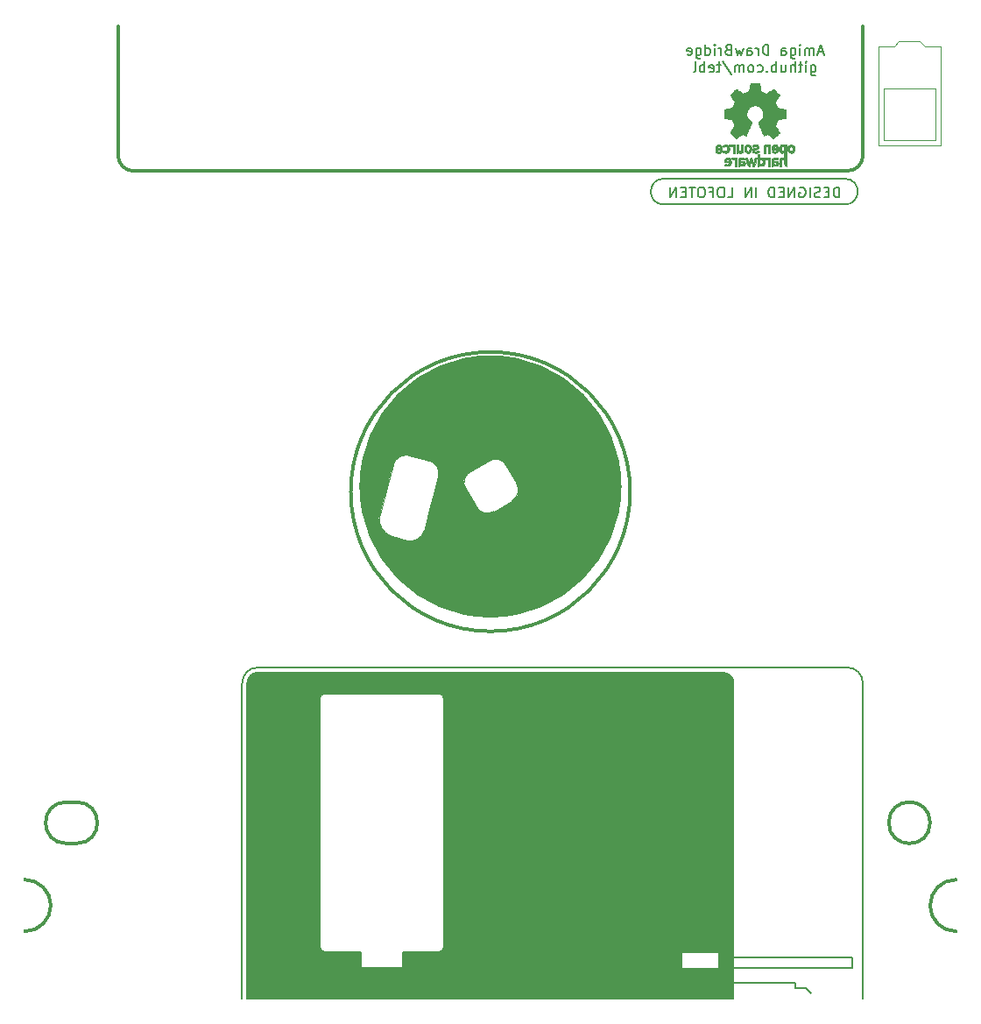
<source format=gbo>
G04 #@! TF.GenerationSoftware,KiCad,Pcbnew,(5.1.8)-1*
G04 #@! TF.CreationDate,2021-10-11T22:10:08+02:00*
G04 #@! TF.ProjectId,Amiga Drawbridge BA1,416d6967-6120-4447-9261-776272696467,rev?*
G04 #@! TF.SameCoordinates,Original*
G04 #@! TF.FileFunction,Legend,Bot*
G04 #@! TF.FilePolarity,Positive*
%FSLAX46Y46*%
G04 Gerber Fmt 4.6, Leading zero omitted, Abs format (unit mm)*
G04 Created by KiCad (PCBNEW (5.1.8)-1) date 2021-10-11 22:10:08*
%MOMM*%
%LPD*%
G01*
G04 APERTURE LIST*
%ADD10C,0.150000*%
%ADD11C,0.120000*%
%ADD12C,0.100000*%
%ADD13C,0.300000*%
%ADD14C,0.200000*%
%ADD15C,0.010000*%
G04 APERTURE END LIST*
D10*
X186728666Y-71572380D02*
X186728666Y-70572380D01*
X186490571Y-70572380D01*
X186347714Y-70620000D01*
X186252476Y-70715238D01*
X186204857Y-70810476D01*
X186157238Y-71000952D01*
X186157238Y-71143809D01*
X186204857Y-71334285D01*
X186252476Y-71429523D01*
X186347714Y-71524761D01*
X186490571Y-71572380D01*
X186728666Y-71572380D01*
X185728666Y-71048571D02*
X185395333Y-71048571D01*
X185252476Y-71572380D02*
X185728666Y-71572380D01*
X185728666Y-70572380D01*
X185252476Y-70572380D01*
X184871523Y-71524761D02*
X184728666Y-71572380D01*
X184490571Y-71572380D01*
X184395333Y-71524761D01*
X184347714Y-71477142D01*
X184300095Y-71381904D01*
X184300095Y-71286666D01*
X184347714Y-71191428D01*
X184395333Y-71143809D01*
X184490571Y-71096190D01*
X184681047Y-71048571D01*
X184776285Y-71000952D01*
X184823904Y-70953333D01*
X184871523Y-70858095D01*
X184871523Y-70762857D01*
X184823904Y-70667619D01*
X184776285Y-70620000D01*
X184681047Y-70572380D01*
X184442952Y-70572380D01*
X184300095Y-70620000D01*
X183871523Y-71572380D02*
X183871523Y-70572380D01*
X182871523Y-70620000D02*
X182966761Y-70572380D01*
X183109619Y-70572380D01*
X183252476Y-70620000D01*
X183347714Y-70715238D01*
X183395333Y-70810476D01*
X183442952Y-71000952D01*
X183442952Y-71143809D01*
X183395333Y-71334285D01*
X183347714Y-71429523D01*
X183252476Y-71524761D01*
X183109619Y-71572380D01*
X183014380Y-71572380D01*
X182871523Y-71524761D01*
X182823904Y-71477142D01*
X182823904Y-71143809D01*
X183014380Y-71143809D01*
X182395333Y-71572380D02*
X182395333Y-70572380D01*
X181823904Y-71572380D01*
X181823904Y-70572380D01*
X181347714Y-71048571D02*
X181014380Y-71048571D01*
X180871523Y-71572380D02*
X181347714Y-71572380D01*
X181347714Y-70572380D01*
X180871523Y-70572380D01*
X180442952Y-71572380D02*
X180442952Y-70572380D01*
X180204857Y-70572380D01*
X180062000Y-70620000D01*
X179966761Y-70715238D01*
X179919142Y-70810476D01*
X179871523Y-71000952D01*
X179871523Y-71143809D01*
X179919142Y-71334285D01*
X179966761Y-71429523D01*
X180062000Y-71524761D01*
X180204857Y-71572380D01*
X180442952Y-71572380D01*
X178681047Y-71572380D02*
X178681047Y-70572380D01*
X178204857Y-71572380D02*
X178204857Y-70572380D01*
X177633428Y-71572380D01*
X177633428Y-70572380D01*
X175919142Y-71572380D02*
X176395333Y-71572380D01*
X176395333Y-70572380D01*
X175395333Y-70572380D02*
X175204857Y-70572380D01*
X175109619Y-70620000D01*
X175014380Y-70715238D01*
X174966761Y-70905714D01*
X174966761Y-71239047D01*
X175014380Y-71429523D01*
X175109619Y-71524761D01*
X175204857Y-71572380D01*
X175395333Y-71572380D01*
X175490571Y-71524761D01*
X175585809Y-71429523D01*
X175633428Y-71239047D01*
X175633428Y-70905714D01*
X175585809Y-70715238D01*
X175490571Y-70620000D01*
X175395333Y-70572380D01*
X174204857Y-71048571D02*
X174538190Y-71048571D01*
X174538190Y-71572380D02*
X174538190Y-70572380D01*
X174062000Y-70572380D01*
X173490571Y-70572380D02*
X173300095Y-70572380D01*
X173204857Y-70620000D01*
X173109619Y-70715238D01*
X173062000Y-70905714D01*
X173062000Y-71239047D01*
X173109619Y-71429523D01*
X173204857Y-71524761D01*
X173300095Y-71572380D01*
X173490571Y-71572380D01*
X173585809Y-71524761D01*
X173681047Y-71429523D01*
X173728666Y-71239047D01*
X173728666Y-70905714D01*
X173681047Y-70715238D01*
X173585809Y-70620000D01*
X173490571Y-70572380D01*
X172776285Y-70572380D02*
X172204857Y-70572380D01*
X172490571Y-71572380D02*
X172490571Y-70572380D01*
X171871523Y-71048571D02*
X171538190Y-71048571D01*
X171395333Y-71572380D02*
X171871523Y-71572380D01*
X171871523Y-70572380D01*
X171395333Y-70572380D01*
X170966761Y-71572380D02*
X170966761Y-70572380D01*
X170395333Y-71572380D01*
X170395333Y-70572380D01*
X185157238Y-57507666D02*
X184681047Y-57507666D01*
X185252476Y-57793380D02*
X184919142Y-56793380D01*
X184585809Y-57793380D01*
X184252476Y-57793380D02*
X184252476Y-57126714D01*
X184252476Y-57221952D02*
X184204857Y-57174333D01*
X184109619Y-57126714D01*
X183966761Y-57126714D01*
X183871523Y-57174333D01*
X183823904Y-57269571D01*
X183823904Y-57793380D01*
X183823904Y-57269571D02*
X183776285Y-57174333D01*
X183681047Y-57126714D01*
X183538190Y-57126714D01*
X183442952Y-57174333D01*
X183395333Y-57269571D01*
X183395333Y-57793380D01*
X182919142Y-57793380D02*
X182919142Y-57126714D01*
X182919142Y-56793380D02*
X182966761Y-56841000D01*
X182919142Y-56888619D01*
X182871523Y-56841000D01*
X182919142Y-56793380D01*
X182919142Y-56888619D01*
X182014380Y-57126714D02*
X182014380Y-57936238D01*
X182062000Y-58031476D01*
X182109619Y-58079095D01*
X182204857Y-58126714D01*
X182347714Y-58126714D01*
X182442952Y-58079095D01*
X182014380Y-57745761D02*
X182109619Y-57793380D01*
X182300095Y-57793380D01*
X182395333Y-57745761D01*
X182442952Y-57698142D01*
X182490571Y-57602904D01*
X182490571Y-57317190D01*
X182442952Y-57221952D01*
X182395333Y-57174333D01*
X182300095Y-57126714D01*
X182109619Y-57126714D01*
X182014380Y-57174333D01*
X181109619Y-57793380D02*
X181109619Y-57269571D01*
X181157238Y-57174333D01*
X181252476Y-57126714D01*
X181442952Y-57126714D01*
X181538190Y-57174333D01*
X181109619Y-57745761D02*
X181204857Y-57793380D01*
X181442952Y-57793380D01*
X181538190Y-57745761D01*
X181585809Y-57650523D01*
X181585809Y-57555285D01*
X181538190Y-57460047D01*
X181442952Y-57412428D01*
X181204857Y-57412428D01*
X181109619Y-57364809D01*
X179871523Y-57793380D02*
X179871523Y-56793380D01*
X179633428Y-56793380D01*
X179490571Y-56841000D01*
X179395333Y-56936238D01*
X179347714Y-57031476D01*
X179300095Y-57221952D01*
X179300095Y-57364809D01*
X179347714Y-57555285D01*
X179395333Y-57650523D01*
X179490571Y-57745761D01*
X179633428Y-57793380D01*
X179871523Y-57793380D01*
X178871523Y-57793380D02*
X178871523Y-57126714D01*
X178871523Y-57317190D02*
X178823904Y-57221952D01*
X178776285Y-57174333D01*
X178681047Y-57126714D01*
X178585809Y-57126714D01*
X177823904Y-57793380D02*
X177823904Y-57269571D01*
X177871523Y-57174333D01*
X177966761Y-57126714D01*
X178157238Y-57126714D01*
X178252476Y-57174333D01*
X177823904Y-57745761D02*
X177919142Y-57793380D01*
X178157238Y-57793380D01*
X178252476Y-57745761D01*
X178300095Y-57650523D01*
X178300095Y-57555285D01*
X178252476Y-57460047D01*
X178157238Y-57412428D01*
X177919142Y-57412428D01*
X177823904Y-57364809D01*
X177442952Y-57126714D02*
X177252476Y-57793380D01*
X177062000Y-57317190D01*
X176871523Y-57793380D01*
X176681047Y-57126714D01*
X175966761Y-57269571D02*
X175823904Y-57317190D01*
X175776285Y-57364809D01*
X175728666Y-57460047D01*
X175728666Y-57602904D01*
X175776285Y-57698142D01*
X175823904Y-57745761D01*
X175919142Y-57793380D01*
X176300095Y-57793380D01*
X176300095Y-56793380D01*
X175966761Y-56793380D01*
X175871523Y-56841000D01*
X175823904Y-56888619D01*
X175776285Y-56983857D01*
X175776285Y-57079095D01*
X175823904Y-57174333D01*
X175871523Y-57221952D01*
X175966761Y-57269571D01*
X176300095Y-57269571D01*
X175300095Y-57793380D02*
X175300095Y-57126714D01*
X175300095Y-57317190D02*
X175252476Y-57221952D01*
X175204857Y-57174333D01*
X175109619Y-57126714D01*
X175014380Y-57126714D01*
X174681047Y-57793380D02*
X174681047Y-57126714D01*
X174681047Y-56793380D02*
X174728666Y-56841000D01*
X174681047Y-56888619D01*
X174633428Y-56841000D01*
X174681047Y-56793380D01*
X174681047Y-56888619D01*
X173776285Y-57793380D02*
X173776285Y-56793380D01*
X173776285Y-57745761D02*
X173871523Y-57793380D01*
X174062000Y-57793380D01*
X174157238Y-57745761D01*
X174204857Y-57698142D01*
X174252476Y-57602904D01*
X174252476Y-57317190D01*
X174204857Y-57221952D01*
X174157238Y-57174333D01*
X174062000Y-57126714D01*
X173871523Y-57126714D01*
X173776285Y-57174333D01*
X172871523Y-57126714D02*
X172871523Y-57936238D01*
X172919142Y-58031476D01*
X172966761Y-58079095D01*
X173062000Y-58126714D01*
X173204857Y-58126714D01*
X173300095Y-58079095D01*
X172871523Y-57745761D02*
X172966761Y-57793380D01*
X173157238Y-57793380D01*
X173252476Y-57745761D01*
X173300095Y-57698142D01*
X173347714Y-57602904D01*
X173347714Y-57317190D01*
X173300095Y-57221952D01*
X173252476Y-57174333D01*
X173157238Y-57126714D01*
X172966761Y-57126714D01*
X172871523Y-57174333D01*
X172014380Y-57745761D02*
X172109619Y-57793380D01*
X172300095Y-57793380D01*
X172395333Y-57745761D01*
X172442952Y-57650523D01*
X172442952Y-57269571D01*
X172395333Y-57174333D01*
X172300095Y-57126714D01*
X172109619Y-57126714D01*
X172014380Y-57174333D01*
X171966761Y-57269571D01*
X171966761Y-57364809D01*
X172442952Y-57460047D01*
X183966761Y-58776714D02*
X183966761Y-59586238D01*
X184014380Y-59681476D01*
X184062000Y-59729095D01*
X184157238Y-59776714D01*
X184300095Y-59776714D01*
X184395333Y-59729095D01*
X183966761Y-59395761D02*
X184062000Y-59443380D01*
X184252476Y-59443380D01*
X184347714Y-59395761D01*
X184395333Y-59348142D01*
X184442952Y-59252904D01*
X184442952Y-58967190D01*
X184395333Y-58871952D01*
X184347714Y-58824333D01*
X184252476Y-58776714D01*
X184062000Y-58776714D01*
X183966761Y-58824333D01*
X183490571Y-59443380D02*
X183490571Y-58776714D01*
X183490571Y-58443380D02*
X183538190Y-58491000D01*
X183490571Y-58538619D01*
X183442952Y-58491000D01*
X183490571Y-58443380D01*
X183490571Y-58538619D01*
X183157238Y-58776714D02*
X182776285Y-58776714D01*
X183014380Y-58443380D02*
X183014380Y-59300523D01*
X182966761Y-59395761D01*
X182871523Y-59443380D01*
X182776285Y-59443380D01*
X182442952Y-59443380D02*
X182442952Y-58443380D01*
X182014380Y-59443380D02*
X182014380Y-58919571D01*
X182062000Y-58824333D01*
X182157238Y-58776714D01*
X182300095Y-58776714D01*
X182395333Y-58824333D01*
X182442952Y-58871952D01*
X181109619Y-58776714D02*
X181109619Y-59443380D01*
X181538190Y-58776714D02*
X181538190Y-59300523D01*
X181490571Y-59395761D01*
X181395333Y-59443380D01*
X181252476Y-59443380D01*
X181157238Y-59395761D01*
X181109619Y-59348142D01*
X180633428Y-59443380D02*
X180633428Y-58443380D01*
X180633428Y-58824333D02*
X180538190Y-58776714D01*
X180347714Y-58776714D01*
X180252476Y-58824333D01*
X180204857Y-58871952D01*
X180157238Y-58967190D01*
X180157238Y-59252904D01*
X180204857Y-59348142D01*
X180252476Y-59395761D01*
X180347714Y-59443380D01*
X180538190Y-59443380D01*
X180633428Y-59395761D01*
X179728666Y-59348142D02*
X179681047Y-59395761D01*
X179728666Y-59443380D01*
X179776285Y-59395761D01*
X179728666Y-59348142D01*
X179728666Y-59443380D01*
X178823904Y-59395761D02*
X178919142Y-59443380D01*
X179109619Y-59443380D01*
X179204857Y-59395761D01*
X179252476Y-59348142D01*
X179300095Y-59252904D01*
X179300095Y-58967190D01*
X179252476Y-58871952D01*
X179204857Y-58824333D01*
X179109619Y-58776714D01*
X178919142Y-58776714D01*
X178823904Y-58824333D01*
X178252476Y-59443380D02*
X178347714Y-59395761D01*
X178395333Y-59348142D01*
X178442952Y-59252904D01*
X178442952Y-58967190D01*
X178395333Y-58871952D01*
X178347714Y-58824333D01*
X178252476Y-58776714D01*
X178109619Y-58776714D01*
X178014380Y-58824333D01*
X177966761Y-58871952D01*
X177919142Y-58967190D01*
X177919142Y-59252904D01*
X177966761Y-59348142D01*
X178014380Y-59395761D01*
X178109619Y-59443380D01*
X178252476Y-59443380D01*
X177490571Y-59443380D02*
X177490571Y-58776714D01*
X177490571Y-58871952D02*
X177442952Y-58824333D01*
X177347714Y-58776714D01*
X177204857Y-58776714D01*
X177109619Y-58824333D01*
X177062000Y-58919571D01*
X177062000Y-59443380D01*
X177062000Y-58919571D02*
X177014380Y-58824333D01*
X176919142Y-58776714D01*
X176776285Y-58776714D01*
X176681047Y-58824333D01*
X176633428Y-58919571D01*
X176633428Y-59443380D01*
X175442952Y-58395761D02*
X176300095Y-59681476D01*
X175252476Y-58776714D02*
X174871523Y-58776714D01*
X175109619Y-58443380D02*
X175109619Y-59300523D01*
X175062000Y-59395761D01*
X174966761Y-59443380D01*
X174871523Y-59443380D01*
X174157238Y-59395761D02*
X174252476Y-59443380D01*
X174442952Y-59443380D01*
X174538190Y-59395761D01*
X174585809Y-59300523D01*
X174585809Y-58919571D01*
X174538190Y-58824333D01*
X174442952Y-58776714D01*
X174252476Y-58776714D01*
X174157238Y-58824333D01*
X174109619Y-58919571D01*
X174109619Y-59014809D01*
X174585809Y-59110047D01*
X173681047Y-59443380D02*
X173681047Y-58443380D01*
X173681047Y-58824333D02*
X173585809Y-58776714D01*
X173395333Y-58776714D01*
X173300095Y-58824333D01*
X173252476Y-58871952D01*
X173204857Y-58967190D01*
X173204857Y-59252904D01*
X173252476Y-59348142D01*
X173300095Y-59395761D01*
X173395333Y-59443380D01*
X173585809Y-59443380D01*
X173681047Y-59395761D01*
X172633428Y-59443380D02*
X172728666Y-59395761D01*
X172776285Y-59300523D01*
X172776285Y-58443380D01*
D11*
X191000000Y-61000000D02*
X191000000Y-66000000D01*
X196000000Y-61000000D02*
X191000000Y-61000000D01*
X196000000Y-66000000D02*
X196000000Y-61000000D01*
X191000000Y-66000000D02*
X196000000Y-66000000D01*
D12*
G36*
X155700000Y-87300000D02*
G01*
X157800000Y-87900000D01*
X159500000Y-88800000D01*
X161300000Y-90100000D01*
X162400000Y-91300000D01*
X163100000Y-92100000D01*
X163800000Y-93200000D01*
X164200000Y-94000000D01*
X147100000Y-88500000D01*
X148400000Y-87900000D01*
X150300000Y-87300000D01*
X152000000Y-87000000D01*
X153600000Y-87000000D01*
X155700000Y-87300000D01*
G37*
X155700000Y-87300000D02*
X157800000Y-87900000D01*
X159500000Y-88800000D01*
X161300000Y-90100000D01*
X162400000Y-91300000D01*
X163100000Y-92100000D01*
X163800000Y-93200000D01*
X164200000Y-94000000D01*
X147100000Y-88500000D01*
X148400000Y-87900000D01*
X150300000Y-87300000D01*
X152000000Y-87000000D01*
X153600000Y-87000000D01*
X155700000Y-87300000D01*
G36*
X150500000Y-98700000D02*
G01*
X150400000Y-99100000D01*
X150500000Y-99400000D01*
X150615185Y-99711237D01*
X150800000Y-100000000D01*
X147600000Y-100000000D01*
X147953637Y-98530233D01*
X148000000Y-98200000D01*
X150800000Y-98200000D01*
X150500000Y-98700000D01*
G37*
X150500000Y-98700000D02*
X150400000Y-99100000D01*
X150500000Y-99400000D01*
X150615185Y-99711237D01*
X150800000Y-100000000D01*
X147600000Y-100000000D01*
X147953637Y-98530233D01*
X148000000Y-98200000D01*
X150800000Y-98200000D01*
X150500000Y-98700000D01*
G36*
X164200000Y-94000000D02*
G01*
X165100000Y-96300000D01*
X165500000Y-98900000D01*
X165300000Y-101700000D01*
X164800000Y-103700000D01*
X146530132Y-103842824D01*
X146700000Y-103200000D01*
X147200000Y-101400000D01*
X147600000Y-100000000D01*
X150800000Y-100000000D01*
X151615185Y-101443288D01*
X151900000Y-101800000D01*
X152300000Y-102000000D01*
X152800000Y-102100000D01*
X153100000Y-102000000D01*
X153500000Y-101800000D01*
X155200000Y-100800000D01*
X155400000Y-100600000D01*
X155600000Y-100300000D01*
X155700000Y-99800000D01*
X155600000Y-99400000D01*
X155300000Y-98800000D01*
X154400000Y-97300000D01*
X154100000Y-97000000D01*
X153500000Y-96800000D01*
X153000000Y-96900000D01*
X150800000Y-98200000D01*
X148000000Y-98200000D01*
X147900000Y-97700000D01*
X147800000Y-97500000D01*
X147500000Y-97200000D01*
X147069753Y-96999301D01*
X147100000Y-88500000D01*
X164200000Y-94000000D01*
G37*
X164200000Y-94000000D02*
X165100000Y-96300000D01*
X165500000Y-98900000D01*
X165300000Y-101700000D01*
X164800000Y-103700000D01*
X146530132Y-103842824D01*
X146700000Y-103200000D01*
X147200000Y-101400000D01*
X147600000Y-100000000D01*
X150800000Y-100000000D01*
X151615185Y-101443288D01*
X151900000Y-101800000D01*
X152300000Y-102000000D01*
X152800000Y-102100000D01*
X153100000Y-102000000D01*
X153500000Y-101800000D01*
X155200000Y-100800000D01*
X155400000Y-100600000D01*
X155600000Y-100300000D01*
X155700000Y-99800000D01*
X155600000Y-99400000D01*
X155300000Y-98800000D01*
X154400000Y-97300000D01*
X154100000Y-97000000D01*
X153500000Y-96800000D01*
X153000000Y-96900000D01*
X150800000Y-98200000D01*
X148000000Y-98200000D01*
X147900000Y-97700000D01*
X147800000Y-97500000D01*
X147500000Y-97200000D01*
X147069753Y-96999301D01*
X147100000Y-88500000D01*
X164200000Y-94000000D01*
G36*
X143200000Y-98900000D02*
G01*
X142312875Y-102195177D01*
X142200000Y-102700000D01*
X142500000Y-103600000D01*
X142800000Y-103900000D01*
X143200000Y-104200000D01*
X143800000Y-104400000D01*
X144900000Y-104700000D01*
X145300000Y-104800000D01*
X145800000Y-104700000D01*
X146100000Y-104500000D01*
X146400000Y-104200000D01*
X146530132Y-103842824D01*
X164800000Y-103700000D01*
X163800000Y-105700000D01*
X162600000Y-107500000D01*
X161400000Y-108700000D01*
X160000000Y-109900000D01*
X158500000Y-110700000D01*
X157400000Y-111200000D01*
X155700000Y-111700000D01*
X154400000Y-111900000D01*
X152800000Y-112000000D01*
X151200000Y-111900000D01*
X149700000Y-111600000D01*
X148100000Y-111000000D01*
X146700000Y-110300000D01*
X145100000Y-109200000D01*
X143700000Y-107900000D01*
X142700000Y-106600000D01*
X141800000Y-105100000D01*
X141200000Y-103600000D01*
X140700000Y-102000000D01*
X140500000Y-100600000D01*
X140500000Y-98900000D01*
X140700000Y-97400000D01*
X143600000Y-97400000D01*
X143200000Y-98900000D01*
G37*
X143200000Y-98900000D02*
X142312875Y-102195177D01*
X142200000Y-102700000D01*
X142500000Y-103600000D01*
X142800000Y-103900000D01*
X143200000Y-104200000D01*
X143800000Y-104400000D01*
X144900000Y-104700000D01*
X145300000Y-104800000D01*
X145800000Y-104700000D01*
X146100000Y-104500000D01*
X146400000Y-104200000D01*
X146530132Y-103842824D01*
X164800000Y-103700000D01*
X163800000Y-105700000D01*
X162600000Y-107500000D01*
X161400000Y-108700000D01*
X160000000Y-109900000D01*
X158500000Y-110700000D01*
X157400000Y-111200000D01*
X155700000Y-111700000D01*
X154400000Y-111900000D01*
X152800000Y-112000000D01*
X151200000Y-111900000D01*
X149700000Y-111600000D01*
X148100000Y-111000000D01*
X146700000Y-110300000D01*
X145100000Y-109200000D01*
X143700000Y-107900000D01*
X142700000Y-106600000D01*
X141800000Y-105100000D01*
X141200000Y-103600000D01*
X140700000Y-102000000D01*
X140500000Y-100600000D01*
X140500000Y-98900000D01*
X140700000Y-97400000D01*
X143600000Y-97400000D01*
X143200000Y-98900000D01*
G36*
X147069753Y-96999301D02*
G01*
X145300000Y-96500000D01*
X144800000Y-96400000D01*
X144200000Y-96600000D01*
X143800000Y-96900000D01*
X143606970Y-97365549D01*
X143600000Y-97400000D01*
X140700000Y-97400000D01*
X141200000Y-95400000D01*
X141900000Y-93800000D01*
X142900000Y-92200000D01*
X143600000Y-91300000D01*
X145800000Y-89300000D01*
X147100000Y-88500000D01*
X147069753Y-96999301D01*
G37*
X147069753Y-96999301D02*
X145300000Y-96500000D01*
X144800000Y-96400000D01*
X144200000Y-96600000D01*
X143800000Y-96900000D01*
X143606970Y-97365549D01*
X143600000Y-97400000D01*
X140700000Y-97400000D01*
X141200000Y-95400000D01*
X141900000Y-93800000D01*
X142900000Y-92200000D01*
X143600000Y-91300000D01*
X145800000Y-89300000D01*
X147100000Y-88500000D01*
X147069753Y-96999301D01*
G36*
X176000000Y-117600000D02*
G01*
X176400000Y-118000000D01*
X176500000Y-118500000D01*
X176500000Y-144500000D01*
X171500000Y-144500000D01*
X171500000Y-146000000D01*
X148500000Y-146000000D01*
X148500000Y-120000000D01*
X148700000Y-117500000D01*
X175500000Y-117500000D01*
X176000000Y-117600000D01*
G37*
X176000000Y-117600000D02*
X176400000Y-118000000D01*
X176500000Y-118500000D01*
X176500000Y-144500000D01*
X171500000Y-144500000D01*
X171500000Y-146000000D01*
X148500000Y-146000000D01*
X148500000Y-120000000D01*
X148700000Y-117500000D01*
X175500000Y-117500000D01*
X176000000Y-117600000D01*
G36*
X148700000Y-120000000D02*
G01*
X148500000Y-120000000D01*
X148500000Y-119800000D01*
X148300000Y-119600000D01*
X148000000Y-119500000D01*
X136800000Y-119500000D01*
X136600000Y-119700000D01*
X136500000Y-120000000D01*
X136500000Y-144100000D01*
X136700000Y-144400000D01*
X137000000Y-144500000D01*
X140500000Y-144500000D01*
X140500000Y-146000000D01*
X144500000Y-146000000D01*
X144500000Y-144500000D01*
X148200000Y-144500000D01*
X148400000Y-144300000D01*
X148500000Y-144000000D01*
X148500000Y-146000000D01*
X175000000Y-146000000D01*
X175000000Y-144500000D01*
X176500000Y-144500000D01*
X176500000Y-149000000D01*
X129500000Y-149000000D01*
X129500000Y-118300000D01*
X129600000Y-118100000D01*
X129800000Y-117800000D01*
X130100000Y-117600000D01*
X130500000Y-117500000D01*
X148700000Y-117500000D01*
X148700000Y-120000000D01*
G37*
X148700000Y-120000000D02*
X148500000Y-120000000D01*
X148500000Y-119800000D01*
X148300000Y-119600000D01*
X148000000Y-119500000D01*
X136800000Y-119500000D01*
X136600000Y-119700000D01*
X136500000Y-120000000D01*
X136500000Y-144100000D01*
X136700000Y-144400000D01*
X137000000Y-144500000D01*
X140500000Y-144500000D01*
X140500000Y-146000000D01*
X144500000Y-146000000D01*
X144500000Y-144500000D01*
X148200000Y-144500000D01*
X148400000Y-144300000D01*
X148500000Y-144000000D01*
X148500000Y-146000000D01*
X175000000Y-146000000D01*
X175000000Y-144500000D01*
X176500000Y-144500000D01*
X176500000Y-149000000D01*
X129500000Y-149000000D01*
X129500000Y-118300000D01*
X129600000Y-118100000D01*
X129800000Y-117800000D01*
X130100000Y-117600000D01*
X130500000Y-117500000D01*
X148700000Y-117500000D01*
X148700000Y-120000000D01*
D11*
X143606970Y-97365548D02*
X142312875Y-102195177D01*
X143550312Y-104338481D02*
X144999201Y-104726709D01*
X143550312Y-104338480D02*
G75*
G02*
X142312875Y-102195177I452933J1690370D01*
G01*
X146530132Y-103842824D02*
G75*
G02*
X144999201Y-104726709I-1207408J323523D01*
G01*
X147069753Y-96999302D02*
X145137901Y-96481664D01*
X146530132Y-103842825D02*
X147953637Y-98530233D01*
X147069753Y-96999301D02*
G75*
G02*
X147953637Y-98530233I-323524J-1207408D01*
G01*
X143606970Y-97365549D02*
G75*
G02*
X145137901Y-96481664I1207408J-323523D01*
G01*
X155512299Y-99193288D02*
G75*
G02*
X155054767Y-100900820I-1082532J-625000D01*
G01*
X153322716Y-101900819D02*
G75*
G02*
X151615185Y-101443288I-625000J1082531D01*
G01*
X150615184Y-99711237D02*
G75*
G02*
X151072716Y-98003705I1082532J625000D01*
G01*
X152804767Y-97003705D02*
G75*
G02*
X154512299Y-97461237I625000J-1082532D01*
G01*
X152804767Y-97003705D02*
X151072716Y-98003705D01*
X155512299Y-99193288D02*
X154512299Y-97461237D01*
X153322716Y-101900820D02*
X155054767Y-100900820D01*
X150615185Y-99711237D02*
X151615185Y-101443288D01*
D13*
X165500000Y-99500000D02*
G75*
G03*
X165500000Y-99500000I-12500000J0D01*
G01*
X166500000Y-100000000D02*
G75*
G03*
X166500000Y-100000000I-13500000J0D01*
G01*
D11*
X194500000Y-56500000D02*
X192500000Y-56500000D01*
X192000000Y-57000000D02*
X190500000Y-57000000D01*
X192500000Y-56500000D02*
X192000000Y-57000000D01*
X195000000Y-57000000D02*
X196500000Y-57000000D01*
X194500000Y-56500000D02*
X195000000Y-57000000D01*
X196500000Y-66500000D02*
X190500000Y-66500000D01*
X196500000Y-57000000D02*
X196500000Y-66500000D01*
X190500000Y-66500000D02*
X190500000Y-57000000D01*
D14*
X187250000Y-72250000D02*
X169750000Y-72250000D01*
X187250000Y-69750000D02*
X169750000Y-69750000D01*
X169750000Y-72250000D02*
G75*
G02*
X169750000Y-69750000I0J1250000D01*
G01*
X187250000Y-69750000D02*
G75*
G02*
X187250000Y-72250000I0J-1250000D01*
G01*
X183500000Y-148000000D02*
X184000000Y-148500000D01*
X182500000Y-148000000D02*
X183500000Y-148000000D01*
X182500000Y-147500000D02*
X182500000Y-148000000D01*
X176500000Y-147500000D02*
X182500000Y-147500000D01*
D13*
X113000000Y-134000000D02*
X112000000Y-134000000D01*
X113000000Y-130000000D02*
X112000000Y-130000000D01*
X113000000Y-130000000D02*
G75*
G02*
X113000000Y-134000000I0J-2000000D01*
G01*
X112000000Y-134000000D02*
G75*
G02*
X112000000Y-130000000I0J2000000D01*
G01*
X195500000Y-132000000D02*
G75*
G03*
X195500000Y-132000000I-2000000J0D01*
G01*
X110500000Y-140000000D02*
G75*
G02*
X108000000Y-142500000I-2500000J0D01*
G01*
X108000000Y-137500000D02*
G75*
G02*
X110500000Y-140000000I0J-2500000D01*
G01*
X198000000Y-142500000D02*
G75*
G02*
X195500000Y-140000000I0J2500000D01*
G01*
X195500000Y-140000000D02*
G75*
G02*
X198000000Y-137500000I2500000J0D01*
G01*
D14*
X188000000Y-145000000D02*
X176500000Y-145000000D01*
X188000000Y-146000000D02*
X188000000Y-145000000D01*
X176500000Y-146000000D02*
X188000000Y-146000000D01*
D11*
X171500000Y-144500000D02*
X175000000Y-144500000D01*
X171500000Y-146000000D02*
X171500000Y-144500000D01*
X175000000Y-146000000D02*
X171500000Y-146000000D01*
X175000000Y-144500000D02*
X175000000Y-146000000D01*
D14*
X148000000Y-144500000D02*
X144500000Y-144500000D01*
X137000000Y-119500000D02*
X148000000Y-119500000D01*
X148500000Y-120000000D02*
X148500000Y-144000000D01*
X148000000Y-119500000D02*
G75*
G02*
X148500000Y-120000000I0J-500000D01*
G01*
X136500000Y-120000000D02*
X136500000Y-144000000D01*
X137000000Y-144500000D02*
G75*
G02*
X136500000Y-144000000I0J500000D01*
G01*
X137000000Y-144500000D02*
X140500000Y-144500000D01*
X136500000Y-120000000D02*
G75*
G02*
X137000000Y-119500000I500000J0D01*
G01*
X148500000Y-144000000D02*
G75*
G02*
X148000000Y-144500000I-500000J0D01*
G01*
X140500000Y-144500000D02*
X140500000Y-146000000D01*
X144500000Y-144500000D02*
X144500000Y-146000000D01*
X140500000Y-146000000D02*
X144500000Y-146000000D01*
X129500000Y-118500000D02*
G75*
G02*
X130500000Y-117500000I1000000J0D01*
G01*
X175500000Y-117500000D02*
G75*
G02*
X176500000Y-118500000I0J-1000000D01*
G01*
X129500000Y-118500000D02*
X129500000Y-149000000D01*
X176500000Y-118500000D02*
X176500000Y-149000000D01*
X130500000Y-117500000D02*
X175500000Y-117500000D01*
X130500000Y-117000000D02*
X187500000Y-117000000D01*
X129000000Y-118500000D02*
X129000000Y-149000000D01*
X187500000Y-117000000D02*
G75*
G02*
X189000000Y-118500000I0J-1500000D01*
G01*
X189000000Y-118500000D02*
X189000000Y-149000000D01*
X129000000Y-118500000D02*
G75*
G02*
X130500000Y-117000000I1500000J0D01*
G01*
D13*
X189000000Y-55000000D02*
X189000000Y-67500000D01*
X117000000Y-55000000D02*
X117000000Y-67500000D01*
X118500000Y-69000000D02*
G75*
G02*
X117000000Y-67500000I0J1500000D01*
G01*
X189000000Y-67500000D02*
G75*
G02*
X187500000Y-69000000I-1500000J0D01*
G01*
X187500000Y-69000000D02*
X118500000Y-69000000D01*
D15*
G36*
X178061036Y-60914576D02*
G01*
X177985487Y-61315322D01*
X177427959Y-61545154D01*
X177093535Y-61317748D01*
X176999878Y-61254431D01*
X176915218Y-61197896D01*
X176843505Y-61150727D01*
X176788689Y-61115502D01*
X176754720Y-61094805D01*
X176745470Y-61090342D01*
X176728805Y-61101820D01*
X176693194Y-61133551D01*
X176642629Y-61181483D01*
X176581100Y-61241562D01*
X176512601Y-61309733D01*
X176441121Y-61381945D01*
X176370653Y-61454142D01*
X176305189Y-61522273D01*
X176248720Y-61582283D01*
X176205237Y-61630119D01*
X176178732Y-61661727D01*
X176172395Y-61672305D01*
X176181514Y-61691806D01*
X176207080Y-61734531D01*
X176246403Y-61796298D01*
X176296797Y-61872931D01*
X176355573Y-61960248D01*
X176389632Y-62010052D01*
X176451711Y-62100993D01*
X176506874Y-62183059D01*
X176552446Y-62252163D01*
X176585750Y-62304222D01*
X176604110Y-62335150D01*
X176606869Y-62341650D01*
X176600615Y-62360121D01*
X176583566Y-62403172D01*
X176558297Y-62464749D01*
X176527378Y-62538799D01*
X176493382Y-62619270D01*
X176458882Y-62700107D01*
X176426449Y-62775258D01*
X176398657Y-62838671D01*
X176378077Y-62884293D01*
X176367281Y-62906069D01*
X176366644Y-62906926D01*
X176349693Y-62911084D01*
X176304549Y-62920361D01*
X176235890Y-62933844D01*
X176148398Y-62950621D01*
X176046750Y-62969781D01*
X175987444Y-62980830D01*
X175878828Y-63001510D01*
X175780723Y-63021189D01*
X175698091Y-63038789D01*
X175635896Y-63053233D01*
X175599101Y-63063446D01*
X175591704Y-63066686D01*
X175584460Y-63088617D01*
X175578615Y-63138147D01*
X175574165Y-63209485D01*
X175571107Y-63296839D01*
X175569435Y-63394417D01*
X175569147Y-63496426D01*
X175570239Y-63597075D01*
X175572706Y-63690572D01*
X175576544Y-63771125D01*
X175581750Y-63832942D01*
X175588319Y-63870230D01*
X175592259Y-63877993D01*
X175615812Y-63887298D01*
X175665718Y-63900600D01*
X175735377Y-63916337D01*
X175818187Y-63932946D01*
X175847095Y-63938319D01*
X175986469Y-63963848D01*
X176096564Y-63984408D01*
X176181018Y-64000815D01*
X176243470Y-64013887D01*
X176287556Y-64024441D01*
X176316915Y-64033294D01*
X176335185Y-64041263D01*
X176346002Y-64049165D01*
X176347515Y-64050727D01*
X176362623Y-64075886D01*
X176385671Y-64124850D01*
X176414356Y-64191621D01*
X176446378Y-64270205D01*
X176479435Y-64354607D01*
X176511227Y-64438830D01*
X176539451Y-64516879D01*
X176561807Y-64582759D01*
X176575993Y-64630473D01*
X176579707Y-64654027D01*
X176579398Y-64654852D01*
X176566811Y-64674104D01*
X176538256Y-64716463D01*
X176496733Y-64777521D01*
X176445244Y-64852868D01*
X176386789Y-64938096D01*
X176370142Y-64962315D01*
X176310785Y-65050123D01*
X176258553Y-65130238D01*
X176216292Y-65198062D01*
X176186847Y-65248993D01*
X176173063Y-65278431D01*
X176172395Y-65282048D01*
X176183976Y-65301057D01*
X176215976Y-65338714D01*
X176264282Y-65390973D01*
X176324780Y-65453786D01*
X176393356Y-65523106D01*
X176465896Y-65594885D01*
X176538288Y-65665077D01*
X176606416Y-65729635D01*
X176666168Y-65784510D01*
X176713429Y-65825656D01*
X176744087Y-65849026D01*
X176752568Y-65852842D01*
X176772309Y-65843855D01*
X176812726Y-65819616D01*
X176867237Y-65784209D01*
X176909177Y-65755711D01*
X176985171Y-65703418D01*
X177075166Y-65641845D01*
X177165436Y-65580370D01*
X177213968Y-65547469D01*
X177378238Y-65436359D01*
X177516131Y-65510916D01*
X177578951Y-65543578D01*
X177632371Y-65568966D01*
X177668516Y-65583446D01*
X177677716Y-65585460D01*
X177688779Y-65570584D01*
X177710606Y-65528547D01*
X177741566Y-65463227D01*
X177780030Y-65378500D01*
X177824368Y-65278245D01*
X177872953Y-65166339D01*
X177924154Y-65046659D01*
X177976341Y-64923084D01*
X178027887Y-64799491D01*
X178077160Y-64679757D01*
X178122533Y-64567759D01*
X178162375Y-64467377D01*
X178195058Y-64382486D01*
X178218951Y-64316965D01*
X178232426Y-64274690D01*
X178234594Y-64260172D01*
X178217417Y-64241653D01*
X178179810Y-64211590D01*
X178129634Y-64176232D01*
X178125422Y-64173434D01*
X177995736Y-64069625D01*
X177891166Y-63948515D01*
X177812619Y-63813976D01*
X177761001Y-63669882D01*
X177737218Y-63520105D01*
X177742177Y-63368517D01*
X177776783Y-63218992D01*
X177841943Y-63075400D01*
X177861114Y-63043984D01*
X177960826Y-62917125D01*
X178078623Y-62815255D01*
X178210429Y-62738904D01*
X178352167Y-62688602D01*
X178499758Y-62664879D01*
X178649127Y-62668265D01*
X178796197Y-62699288D01*
X178936889Y-62758480D01*
X179067127Y-62846369D01*
X179107414Y-62882042D01*
X179209945Y-62993706D01*
X179284659Y-63111257D01*
X179335910Y-63243020D01*
X179364454Y-63373507D01*
X179371500Y-63520216D01*
X179348004Y-63667653D01*
X179296351Y-63810834D01*
X179218929Y-63944777D01*
X179118125Y-64064498D01*
X178996324Y-64165014D01*
X178980316Y-64175609D01*
X178929602Y-64210306D01*
X178891050Y-64240370D01*
X178872619Y-64259565D01*
X178872351Y-64260172D01*
X178876308Y-64280936D01*
X178891993Y-64328062D01*
X178917778Y-64397673D01*
X178952031Y-64485893D01*
X178993123Y-64588844D01*
X179039424Y-64702650D01*
X179089304Y-64823435D01*
X179141133Y-64947321D01*
X179193281Y-65070432D01*
X179244118Y-65188891D01*
X179292013Y-65298823D01*
X179335338Y-65396349D01*
X179372462Y-65477593D01*
X179401756Y-65538679D01*
X179421588Y-65575730D01*
X179429574Y-65585460D01*
X179453979Y-65577883D01*
X179499642Y-65557560D01*
X179558690Y-65528125D01*
X179591160Y-65510916D01*
X179729053Y-65436359D01*
X179893323Y-65547469D01*
X179977179Y-65604390D01*
X180068987Y-65667030D01*
X180155020Y-65726011D01*
X180198113Y-65755711D01*
X180258723Y-65796410D01*
X180310045Y-65828663D01*
X180345385Y-65848384D01*
X180356863Y-65852554D01*
X180373570Y-65841307D01*
X180410546Y-65809911D01*
X180464205Y-65761624D01*
X180530962Y-65699708D01*
X180607234Y-65627421D01*
X180655473Y-65581008D01*
X180739867Y-65498087D01*
X180812803Y-65423920D01*
X180871331Y-65361680D01*
X180912503Y-65314541D01*
X180933372Y-65285673D01*
X180935374Y-65279815D01*
X180926083Y-65257532D01*
X180900409Y-65212477D01*
X180861200Y-65149211D01*
X180811303Y-65072295D01*
X180753567Y-64986292D01*
X180737149Y-64962315D01*
X180677323Y-64875170D01*
X180623650Y-64796710D01*
X180579130Y-64731345D01*
X180546765Y-64683484D01*
X180529555Y-64657535D01*
X180527893Y-64654852D01*
X180530379Y-64634172D01*
X180543577Y-64588704D01*
X180565186Y-64524444D01*
X180592904Y-64447387D01*
X180624430Y-64363529D01*
X180657463Y-64278866D01*
X180689701Y-64199392D01*
X180718843Y-64131104D01*
X180742588Y-64079997D01*
X180758635Y-64052067D01*
X180759775Y-64050727D01*
X180769588Y-64042745D01*
X180786161Y-64034851D01*
X180813132Y-64026229D01*
X180854139Y-64016062D01*
X180912820Y-64003531D01*
X180992813Y-63987821D01*
X181097755Y-63968113D01*
X181231285Y-63943592D01*
X181260196Y-63938319D01*
X181345882Y-63921764D01*
X181420582Y-63905569D01*
X181477694Y-63891296D01*
X181510617Y-63880508D01*
X181515031Y-63877993D01*
X181522306Y-63855696D01*
X181528219Y-63805869D01*
X181532766Y-63734304D01*
X181535945Y-63646793D01*
X181537749Y-63549128D01*
X181538177Y-63447101D01*
X181537223Y-63346503D01*
X181534884Y-63253127D01*
X181531156Y-63172765D01*
X181526034Y-63111209D01*
X181519516Y-63074250D01*
X181515586Y-63066686D01*
X181493708Y-63059056D01*
X181443891Y-63046642D01*
X181371097Y-63030522D01*
X181280289Y-63011773D01*
X181176431Y-62991471D01*
X181119846Y-62980830D01*
X181012486Y-62960760D01*
X180916746Y-62942580D01*
X180837306Y-62927199D01*
X180778846Y-62915531D01*
X180746045Y-62908488D01*
X180740646Y-62906926D01*
X180731522Y-62889322D01*
X180712235Y-62846918D01*
X180685355Y-62785772D01*
X180653454Y-62711943D01*
X180619102Y-62631489D01*
X180584871Y-62550468D01*
X180553331Y-62474937D01*
X180527054Y-62410955D01*
X180508611Y-62364580D01*
X180500571Y-62341869D01*
X180500422Y-62340876D01*
X180509535Y-62322961D01*
X180535086Y-62281733D01*
X180574388Y-62221291D01*
X180624757Y-62145731D01*
X180683506Y-62059152D01*
X180717658Y-62009421D01*
X180779890Y-61918236D01*
X180835164Y-61835449D01*
X180880782Y-61765249D01*
X180914048Y-61711824D01*
X180932264Y-61679361D01*
X180934895Y-61672083D01*
X180923586Y-61655145D01*
X180892319Y-61618978D01*
X180845090Y-61567635D01*
X180785892Y-61505167D01*
X180718719Y-61435626D01*
X180647566Y-61363065D01*
X180576426Y-61291535D01*
X180509293Y-61225087D01*
X180450161Y-61167774D01*
X180403025Y-61123647D01*
X180371877Y-61096759D01*
X180361457Y-61090342D01*
X180344491Y-61099365D01*
X180303911Y-61124715D01*
X180243663Y-61163810D01*
X180167693Y-61214071D01*
X180079946Y-61272917D01*
X180013756Y-61317748D01*
X179679332Y-61545154D01*
X179400567Y-61430238D01*
X179121803Y-61315322D01*
X179046254Y-60914576D01*
X178970706Y-60513829D01*
X178136585Y-60513829D01*
X178061036Y-60914576D01*
G37*
X178061036Y-60914576D02*
X177985487Y-61315322D01*
X177427959Y-61545154D01*
X177093535Y-61317748D01*
X176999878Y-61254431D01*
X176915218Y-61197896D01*
X176843505Y-61150727D01*
X176788689Y-61115502D01*
X176754720Y-61094805D01*
X176745470Y-61090342D01*
X176728805Y-61101820D01*
X176693194Y-61133551D01*
X176642629Y-61181483D01*
X176581100Y-61241562D01*
X176512601Y-61309733D01*
X176441121Y-61381945D01*
X176370653Y-61454142D01*
X176305189Y-61522273D01*
X176248720Y-61582283D01*
X176205237Y-61630119D01*
X176178732Y-61661727D01*
X176172395Y-61672305D01*
X176181514Y-61691806D01*
X176207080Y-61734531D01*
X176246403Y-61796298D01*
X176296797Y-61872931D01*
X176355573Y-61960248D01*
X176389632Y-62010052D01*
X176451711Y-62100993D01*
X176506874Y-62183059D01*
X176552446Y-62252163D01*
X176585750Y-62304222D01*
X176604110Y-62335150D01*
X176606869Y-62341650D01*
X176600615Y-62360121D01*
X176583566Y-62403172D01*
X176558297Y-62464749D01*
X176527378Y-62538799D01*
X176493382Y-62619270D01*
X176458882Y-62700107D01*
X176426449Y-62775258D01*
X176398657Y-62838671D01*
X176378077Y-62884293D01*
X176367281Y-62906069D01*
X176366644Y-62906926D01*
X176349693Y-62911084D01*
X176304549Y-62920361D01*
X176235890Y-62933844D01*
X176148398Y-62950621D01*
X176046750Y-62969781D01*
X175987444Y-62980830D01*
X175878828Y-63001510D01*
X175780723Y-63021189D01*
X175698091Y-63038789D01*
X175635896Y-63053233D01*
X175599101Y-63063446D01*
X175591704Y-63066686D01*
X175584460Y-63088617D01*
X175578615Y-63138147D01*
X175574165Y-63209485D01*
X175571107Y-63296839D01*
X175569435Y-63394417D01*
X175569147Y-63496426D01*
X175570239Y-63597075D01*
X175572706Y-63690572D01*
X175576544Y-63771125D01*
X175581750Y-63832942D01*
X175588319Y-63870230D01*
X175592259Y-63877993D01*
X175615812Y-63887298D01*
X175665718Y-63900600D01*
X175735377Y-63916337D01*
X175818187Y-63932946D01*
X175847095Y-63938319D01*
X175986469Y-63963848D01*
X176096564Y-63984408D01*
X176181018Y-64000815D01*
X176243470Y-64013887D01*
X176287556Y-64024441D01*
X176316915Y-64033294D01*
X176335185Y-64041263D01*
X176346002Y-64049165D01*
X176347515Y-64050727D01*
X176362623Y-64075886D01*
X176385671Y-64124850D01*
X176414356Y-64191621D01*
X176446378Y-64270205D01*
X176479435Y-64354607D01*
X176511227Y-64438830D01*
X176539451Y-64516879D01*
X176561807Y-64582759D01*
X176575993Y-64630473D01*
X176579707Y-64654027D01*
X176579398Y-64654852D01*
X176566811Y-64674104D01*
X176538256Y-64716463D01*
X176496733Y-64777521D01*
X176445244Y-64852868D01*
X176386789Y-64938096D01*
X176370142Y-64962315D01*
X176310785Y-65050123D01*
X176258553Y-65130238D01*
X176216292Y-65198062D01*
X176186847Y-65248993D01*
X176173063Y-65278431D01*
X176172395Y-65282048D01*
X176183976Y-65301057D01*
X176215976Y-65338714D01*
X176264282Y-65390973D01*
X176324780Y-65453786D01*
X176393356Y-65523106D01*
X176465896Y-65594885D01*
X176538288Y-65665077D01*
X176606416Y-65729635D01*
X176666168Y-65784510D01*
X176713429Y-65825656D01*
X176744087Y-65849026D01*
X176752568Y-65852842D01*
X176772309Y-65843855D01*
X176812726Y-65819616D01*
X176867237Y-65784209D01*
X176909177Y-65755711D01*
X176985171Y-65703418D01*
X177075166Y-65641845D01*
X177165436Y-65580370D01*
X177213968Y-65547469D01*
X177378238Y-65436359D01*
X177516131Y-65510916D01*
X177578951Y-65543578D01*
X177632371Y-65568966D01*
X177668516Y-65583446D01*
X177677716Y-65585460D01*
X177688779Y-65570584D01*
X177710606Y-65528547D01*
X177741566Y-65463227D01*
X177780030Y-65378500D01*
X177824368Y-65278245D01*
X177872953Y-65166339D01*
X177924154Y-65046659D01*
X177976341Y-64923084D01*
X178027887Y-64799491D01*
X178077160Y-64679757D01*
X178122533Y-64567759D01*
X178162375Y-64467377D01*
X178195058Y-64382486D01*
X178218951Y-64316965D01*
X178232426Y-64274690D01*
X178234594Y-64260172D01*
X178217417Y-64241653D01*
X178179810Y-64211590D01*
X178129634Y-64176232D01*
X178125422Y-64173434D01*
X177995736Y-64069625D01*
X177891166Y-63948515D01*
X177812619Y-63813976D01*
X177761001Y-63669882D01*
X177737218Y-63520105D01*
X177742177Y-63368517D01*
X177776783Y-63218992D01*
X177841943Y-63075400D01*
X177861114Y-63043984D01*
X177960826Y-62917125D01*
X178078623Y-62815255D01*
X178210429Y-62738904D01*
X178352167Y-62688602D01*
X178499758Y-62664879D01*
X178649127Y-62668265D01*
X178796197Y-62699288D01*
X178936889Y-62758480D01*
X179067127Y-62846369D01*
X179107414Y-62882042D01*
X179209945Y-62993706D01*
X179284659Y-63111257D01*
X179335910Y-63243020D01*
X179364454Y-63373507D01*
X179371500Y-63520216D01*
X179348004Y-63667653D01*
X179296351Y-63810834D01*
X179218929Y-63944777D01*
X179118125Y-64064498D01*
X178996324Y-64165014D01*
X178980316Y-64175609D01*
X178929602Y-64210306D01*
X178891050Y-64240370D01*
X178872619Y-64259565D01*
X178872351Y-64260172D01*
X178876308Y-64280936D01*
X178891993Y-64328062D01*
X178917778Y-64397673D01*
X178952031Y-64485893D01*
X178993123Y-64588844D01*
X179039424Y-64702650D01*
X179089304Y-64823435D01*
X179141133Y-64947321D01*
X179193281Y-65070432D01*
X179244118Y-65188891D01*
X179292013Y-65298823D01*
X179335338Y-65396349D01*
X179372462Y-65477593D01*
X179401756Y-65538679D01*
X179421588Y-65575730D01*
X179429574Y-65585460D01*
X179453979Y-65577883D01*
X179499642Y-65557560D01*
X179558690Y-65528125D01*
X179591160Y-65510916D01*
X179729053Y-65436359D01*
X179893323Y-65547469D01*
X179977179Y-65604390D01*
X180068987Y-65667030D01*
X180155020Y-65726011D01*
X180198113Y-65755711D01*
X180258723Y-65796410D01*
X180310045Y-65828663D01*
X180345385Y-65848384D01*
X180356863Y-65852554D01*
X180373570Y-65841307D01*
X180410546Y-65809911D01*
X180464205Y-65761624D01*
X180530962Y-65699708D01*
X180607234Y-65627421D01*
X180655473Y-65581008D01*
X180739867Y-65498087D01*
X180812803Y-65423920D01*
X180871331Y-65361680D01*
X180912503Y-65314541D01*
X180933372Y-65285673D01*
X180935374Y-65279815D01*
X180926083Y-65257532D01*
X180900409Y-65212477D01*
X180861200Y-65149211D01*
X180811303Y-65072295D01*
X180753567Y-64986292D01*
X180737149Y-64962315D01*
X180677323Y-64875170D01*
X180623650Y-64796710D01*
X180579130Y-64731345D01*
X180546765Y-64683484D01*
X180529555Y-64657535D01*
X180527893Y-64654852D01*
X180530379Y-64634172D01*
X180543577Y-64588704D01*
X180565186Y-64524444D01*
X180592904Y-64447387D01*
X180624430Y-64363529D01*
X180657463Y-64278866D01*
X180689701Y-64199392D01*
X180718843Y-64131104D01*
X180742588Y-64079997D01*
X180758635Y-64052067D01*
X180759775Y-64050727D01*
X180769588Y-64042745D01*
X180786161Y-64034851D01*
X180813132Y-64026229D01*
X180854139Y-64016062D01*
X180912820Y-64003531D01*
X180992813Y-63987821D01*
X181097755Y-63968113D01*
X181231285Y-63943592D01*
X181260196Y-63938319D01*
X181345882Y-63921764D01*
X181420582Y-63905569D01*
X181477694Y-63891296D01*
X181510617Y-63880508D01*
X181515031Y-63877993D01*
X181522306Y-63855696D01*
X181528219Y-63805869D01*
X181532766Y-63734304D01*
X181535945Y-63646793D01*
X181537749Y-63549128D01*
X181538177Y-63447101D01*
X181537223Y-63346503D01*
X181534884Y-63253127D01*
X181531156Y-63172765D01*
X181526034Y-63111209D01*
X181519516Y-63074250D01*
X181515586Y-63066686D01*
X181493708Y-63059056D01*
X181443891Y-63046642D01*
X181371097Y-63030522D01*
X181280289Y-63011773D01*
X181176431Y-62991471D01*
X181119846Y-62980830D01*
X181012486Y-62960760D01*
X180916746Y-62942580D01*
X180837306Y-62927199D01*
X180778846Y-62915531D01*
X180746045Y-62908488D01*
X180740646Y-62906926D01*
X180731522Y-62889322D01*
X180712235Y-62846918D01*
X180685355Y-62785772D01*
X180653454Y-62711943D01*
X180619102Y-62631489D01*
X180584871Y-62550468D01*
X180553331Y-62474937D01*
X180527054Y-62410955D01*
X180508611Y-62364580D01*
X180500571Y-62341869D01*
X180500422Y-62340876D01*
X180509535Y-62322961D01*
X180535086Y-62281733D01*
X180574388Y-62221291D01*
X180624757Y-62145731D01*
X180683506Y-62059152D01*
X180717658Y-62009421D01*
X180779890Y-61918236D01*
X180835164Y-61835449D01*
X180880782Y-61765249D01*
X180914048Y-61711824D01*
X180932264Y-61679361D01*
X180934895Y-61672083D01*
X180923586Y-61655145D01*
X180892319Y-61618978D01*
X180845090Y-61567635D01*
X180785892Y-61505167D01*
X180718719Y-61435626D01*
X180647566Y-61363065D01*
X180576426Y-61291535D01*
X180509293Y-61225087D01*
X180450161Y-61167774D01*
X180403025Y-61123647D01*
X180371877Y-61096759D01*
X180361457Y-61090342D01*
X180344491Y-61099365D01*
X180303911Y-61124715D01*
X180243663Y-61163810D01*
X180167693Y-61214071D01*
X180079946Y-61272917D01*
X180013756Y-61317748D01*
X179679332Y-61545154D01*
X179400567Y-61430238D01*
X179121803Y-61315322D01*
X179046254Y-60914576D01*
X178970706Y-60513829D01*
X178136585Y-60513829D01*
X178061036Y-60914576D01*
G36*
X176170612Y-66453645D02*
G01*
X176113135Y-66471206D01*
X176076128Y-66493395D01*
X176064073Y-66510942D01*
X176067391Y-66531742D01*
X176088921Y-66564419D01*
X176107126Y-66587562D01*
X176144656Y-66629402D01*
X176172852Y-66647005D01*
X176196889Y-66645856D01*
X176268192Y-66627710D01*
X176320558Y-66628534D01*
X176363082Y-66649098D01*
X176377358Y-66661134D01*
X176423053Y-66703483D01*
X176423053Y-67256526D01*
X176606869Y-67256526D01*
X176606869Y-66454421D01*
X176514961Y-66454421D01*
X176459781Y-66456603D01*
X176431312Y-66464351D01*
X176423057Y-66479468D01*
X176423053Y-66479916D01*
X176419155Y-66495749D01*
X176401526Y-66493684D01*
X176377099Y-66482261D01*
X176326650Y-66461005D01*
X176285684Y-66448216D01*
X176232972Y-66444938D01*
X176170612Y-66453645D01*
G37*
X176170612Y-66453645D02*
X176113135Y-66471206D01*
X176076128Y-66493395D01*
X176064073Y-66510942D01*
X176067391Y-66531742D01*
X176088921Y-66564419D01*
X176107126Y-66587562D01*
X176144656Y-66629402D01*
X176172852Y-66647005D01*
X176196889Y-66645856D01*
X176268192Y-66627710D01*
X176320558Y-66628534D01*
X176363082Y-66649098D01*
X176377358Y-66661134D01*
X176423053Y-66703483D01*
X176423053Y-67256526D01*
X176606869Y-67256526D01*
X176606869Y-66454421D01*
X176514961Y-66454421D01*
X176459781Y-66456603D01*
X176431312Y-66464351D01*
X176423057Y-66479468D01*
X176423053Y-66479916D01*
X176419155Y-66495749D01*
X176401526Y-66493684D01*
X176377099Y-66482261D01*
X176326650Y-66461005D01*
X176285684Y-66448216D01*
X176232972Y-66444938D01*
X176170612Y-66453645D01*
G36*
X179564043Y-66468226D02*
G01*
X179522454Y-66488090D01*
X179482175Y-66516784D01*
X179451490Y-66549809D01*
X179429139Y-66591931D01*
X179413864Y-66647915D01*
X179404408Y-66722528D01*
X179399513Y-66820535D01*
X179397919Y-66946702D01*
X179397894Y-66959914D01*
X179397527Y-67256526D01*
X179581343Y-67256526D01*
X179581343Y-66983081D01*
X179581473Y-66881777D01*
X179582379Y-66808353D01*
X179584827Y-66757271D01*
X179589586Y-66722990D01*
X179597426Y-66699971D01*
X179609115Y-66682673D01*
X179625398Y-66665581D01*
X179682366Y-66628857D01*
X179744555Y-66622042D01*
X179803801Y-66645261D01*
X179824405Y-66662543D01*
X179839530Y-66678791D01*
X179850390Y-66696191D01*
X179857690Y-66720212D01*
X179862137Y-66756322D01*
X179864436Y-66809988D01*
X179865296Y-66886680D01*
X179865422Y-66980043D01*
X179865422Y-67256526D01*
X180049237Y-67256526D01*
X180049237Y-66454421D01*
X179957329Y-66454421D01*
X179902149Y-66456603D01*
X179873680Y-66464351D01*
X179865425Y-66479468D01*
X179865422Y-66479916D01*
X179861592Y-66494720D01*
X179844699Y-66493040D01*
X179811112Y-66476773D01*
X179734937Y-66452840D01*
X179647800Y-66450178D01*
X179564043Y-66468226D01*
G37*
X179564043Y-66468226D02*
X179522454Y-66488090D01*
X179482175Y-66516784D01*
X179451490Y-66549809D01*
X179429139Y-66591931D01*
X179413864Y-66647915D01*
X179404408Y-66722528D01*
X179399513Y-66820535D01*
X179397919Y-66946702D01*
X179397894Y-66959914D01*
X179397527Y-67256526D01*
X179581343Y-67256526D01*
X179581343Y-66983081D01*
X179581473Y-66881777D01*
X179582379Y-66808353D01*
X179584827Y-66757271D01*
X179589586Y-66722990D01*
X179597426Y-66699971D01*
X179609115Y-66682673D01*
X179625398Y-66665581D01*
X179682366Y-66628857D01*
X179744555Y-66622042D01*
X179803801Y-66645261D01*
X179824405Y-66662543D01*
X179839530Y-66678791D01*
X179850390Y-66696191D01*
X179857690Y-66720212D01*
X179862137Y-66756322D01*
X179864436Y-66809988D01*
X179865296Y-66886680D01*
X179865422Y-66980043D01*
X179865422Y-67256526D01*
X180049237Y-67256526D01*
X180049237Y-66454421D01*
X179957329Y-66454421D01*
X179902149Y-66456603D01*
X179873680Y-66464351D01*
X179865425Y-66479468D01*
X179865422Y-66479916D01*
X179861592Y-66494720D01*
X179844699Y-66493040D01*
X179811112Y-66476773D01*
X179734937Y-66452840D01*
X179647800Y-66450178D01*
X179564043Y-66468226D01*
G36*
X175003216Y-66451554D02*
G01*
X174960426Y-66461949D01*
X174878391Y-66500013D01*
X174808243Y-66558149D01*
X174759695Y-66627852D01*
X174753025Y-66643502D01*
X174743876Y-66684496D01*
X174737471Y-66745138D01*
X174735290Y-66806430D01*
X174735290Y-66922316D01*
X174977593Y-66922316D01*
X175077529Y-66922693D01*
X175147931Y-66924987D01*
X175192687Y-66930938D01*
X175215685Y-66942285D01*
X175220811Y-66960771D01*
X175211952Y-66988136D01*
X175196083Y-67020155D01*
X175151816Y-67073592D01*
X175090301Y-67100215D01*
X175015115Y-67099347D01*
X174929947Y-67070371D01*
X174856341Y-67034611D01*
X174795266Y-67082904D01*
X174734190Y-67131197D01*
X174791649Y-67184285D01*
X174868359Y-67234445D01*
X174962698Y-67264688D01*
X175064173Y-67273151D01*
X175162289Y-67257974D01*
X175178119Y-67252824D01*
X175264353Y-67207791D01*
X175328499Y-67140652D01*
X175371909Y-67049405D01*
X175395936Y-66932044D01*
X175396216Y-66929529D01*
X175398367Y-66801627D01*
X175389671Y-66755997D01*
X175219895Y-66755997D01*
X175204303Y-66763013D01*
X175161971Y-66768388D01*
X175099566Y-66771457D01*
X175060019Y-66771921D01*
X174986272Y-66771630D01*
X174940160Y-66769783D01*
X174915900Y-66764912D01*
X174907706Y-66755555D01*
X174909794Y-66740245D01*
X174911545Y-66734322D01*
X174941440Y-66678668D01*
X174988458Y-66633815D01*
X175029951Y-66614105D01*
X175085074Y-66615295D01*
X175140932Y-66639875D01*
X175187788Y-66680570D01*
X175215906Y-66730108D01*
X175219895Y-66755997D01*
X175389671Y-66755997D01*
X175376926Y-66689133D01*
X175334389Y-66594727D01*
X175273253Y-66521088D01*
X175196015Y-66470893D01*
X175105170Y-66446822D01*
X175003216Y-66451554D01*
G37*
X175003216Y-66451554D02*
X174960426Y-66461949D01*
X174878391Y-66500013D01*
X174808243Y-66558149D01*
X174759695Y-66627852D01*
X174753025Y-66643502D01*
X174743876Y-66684496D01*
X174737471Y-66745138D01*
X174735290Y-66806430D01*
X174735290Y-66922316D01*
X174977593Y-66922316D01*
X175077529Y-66922693D01*
X175147931Y-66924987D01*
X175192687Y-66930938D01*
X175215685Y-66942285D01*
X175220811Y-66960771D01*
X175211952Y-66988136D01*
X175196083Y-67020155D01*
X175151816Y-67073592D01*
X175090301Y-67100215D01*
X175015115Y-67099347D01*
X174929947Y-67070371D01*
X174856341Y-67034611D01*
X174795266Y-67082904D01*
X174734190Y-67131197D01*
X174791649Y-67184285D01*
X174868359Y-67234445D01*
X174962698Y-67264688D01*
X175064173Y-67273151D01*
X175162289Y-67257974D01*
X175178119Y-67252824D01*
X175264353Y-67207791D01*
X175328499Y-67140652D01*
X175371909Y-67049405D01*
X175395936Y-66932044D01*
X175396216Y-66929529D01*
X175398367Y-66801627D01*
X175389671Y-66755997D01*
X175219895Y-66755997D01*
X175204303Y-66763013D01*
X175161971Y-66768388D01*
X175099566Y-66771457D01*
X175060019Y-66771921D01*
X174986272Y-66771630D01*
X174940160Y-66769783D01*
X174915900Y-66764912D01*
X174907706Y-66755555D01*
X174909794Y-66740245D01*
X174911545Y-66734322D01*
X174941440Y-66678668D01*
X174988458Y-66633815D01*
X175029951Y-66614105D01*
X175085074Y-66615295D01*
X175140932Y-66639875D01*
X175187788Y-66680570D01*
X175215906Y-66730108D01*
X175219895Y-66755997D01*
X175389671Y-66755997D01*
X175376926Y-66689133D01*
X175334389Y-66594727D01*
X175273253Y-66521088D01*
X175196015Y-66470893D01*
X175105170Y-66446822D01*
X175003216Y-66451554D01*
G36*
X175615424Y-66461419D02*
G01*
X175518605Y-66502549D01*
X175488110Y-66522571D01*
X175449135Y-66553340D01*
X175424669Y-66577533D01*
X175420422Y-66585413D01*
X175432416Y-66602899D01*
X175463113Y-66632570D01*
X175487688Y-66653279D01*
X175554954Y-66707336D01*
X175608070Y-66662642D01*
X175649116Y-66633789D01*
X175689137Y-66623829D01*
X175734941Y-66626261D01*
X175807676Y-66644345D01*
X175857744Y-66681881D01*
X175888171Y-66742562D01*
X175901983Y-66830081D01*
X175901987Y-66830136D01*
X175900792Y-66927958D01*
X175882228Y-66999730D01*
X175845196Y-67048595D01*
X175819950Y-67065143D01*
X175752903Y-67085749D01*
X175681291Y-67085762D01*
X175618985Y-67065768D01*
X175604237Y-67056000D01*
X175567250Y-67031047D01*
X175538332Y-67026958D01*
X175507144Y-67045530D01*
X175472664Y-67078887D01*
X175418088Y-67135196D01*
X175478682Y-67185142D01*
X175572302Y-67241513D01*
X175677875Y-67269293D01*
X175788202Y-67267282D01*
X175860657Y-67248862D01*
X175945344Y-67203310D01*
X176013073Y-67131650D01*
X176043843Y-67081066D01*
X176068764Y-67008488D01*
X176081234Y-66916569D01*
X176081330Y-66816948D01*
X176069130Y-66721267D01*
X176044710Y-66641169D01*
X176040864Y-66632956D01*
X175983907Y-66552413D01*
X175906791Y-66493771D01*
X175815610Y-66458247D01*
X175716457Y-66447057D01*
X175615424Y-66461419D01*
G37*
X175615424Y-66461419D02*
X175518605Y-66502549D01*
X175488110Y-66522571D01*
X175449135Y-66553340D01*
X175424669Y-66577533D01*
X175420422Y-66585413D01*
X175432416Y-66602899D01*
X175463113Y-66632570D01*
X175487688Y-66653279D01*
X175554954Y-66707336D01*
X175608070Y-66662642D01*
X175649116Y-66633789D01*
X175689137Y-66623829D01*
X175734941Y-66626261D01*
X175807676Y-66644345D01*
X175857744Y-66681881D01*
X175888171Y-66742562D01*
X175901983Y-66830081D01*
X175901987Y-66830136D01*
X175900792Y-66927958D01*
X175882228Y-66999730D01*
X175845196Y-67048595D01*
X175819950Y-67065143D01*
X175752903Y-67085749D01*
X175681291Y-67085762D01*
X175618985Y-67065768D01*
X175604237Y-67056000D01*
X175567250Y-67031047D01*
X175538332Y-67026958D01*
X175507144Y-67045530D01*
X175472664Y-67078887D01*
X175418088Y-67135196D01*
X175478682Y-67185142D01*
X175572302Y-67241513D01*
X175677875Y-67269293D01*
X175788202Y-67267282D01*
X175860657Y-67248862D01*
X175945344Y-67203310D01*
X176013073Y-67131650D01*
X176043843Y-67081066D01*
X176068764Y-67008488D01*
X176081234Y-66916569D01*
X176081330Y-66816948D01*
X176069130Y-66721267D01*
X176044710Y-66641169D01*
X176040864Y-66632956D01*
X175983907Y-66552413D01*
X175906791Y-66493771D01*
X175815610Y-66458247D01*
X175716457Y-66447057D01*
X175615424Y-66461419D01*
G36*
X177241869Y-66714533D02*
G01*
X177240290Y-66837089D01*
X177234519Y-66930179D01*
X177223009Y-66997651D01*
X177204210Y-67043355D01*
X177176574Y-67071139D01*
X177138552Y-67084854D01*
X177091474Y-67088358D01*
X177042168Y-67084432D01*
X177004717Y-67070089D01*
X176977572Y-67041478D01*
X176959185Y-66994751D01*
X176948007Y-66926058D01*
X176942489Y-66831550D01*
X176941079Y-66714533D01*
X176941079Y-66454421D01*
X176757264Y-66454421D01*
X176757264Y-67256526D01*
X176849172Y-67256526D01*
X176904578Y-67254281D01*
X176933109Y-67246396D01*
X176941079Y-67231428D01*
X176945880Y-67218097D01*
X176964986Y-67220917D01*
X177003496Y-67239783D01*
X177091761Y-67268887D01*
X177185377Y-67266825D01*
X177275079Y-67235221D01*
X177317796Y-67210257D01*
X177350379Y-67183226D01*
X177374183Y-67149405D01*
X177390561Y-67104068D01*
X177400869Y-67042489D01*
X177406459Y-66959943D01*
X177408688Y-66851705D01*
X177408974Y-66768004D01*
X177408974Y-66454421D01*
X177241869Y-66454421D01*
X177241869Y-66714533D01*
G37*
X177241869Y-66714533D02*
X177240290Y-66837089D01*
X177234519Y-66930179D01*
X177223009Y-66997651D01*
X177204210Y-67043355D01*
X177176574Y-67071139D01*
X177138552Y-67084854D01*
X177091474Y-67088358D01*
X177042168Y-67084432D01*
X177004717Y-67070089D01*
X176977572Y-67041478D01*
X176959185Y-66994751D01*
X176948007Y-66926058D01*
X176942489Y-66831550D01*
X176941079Y-66714533D01*
X176941079Y-66454421D01*
X176757264Y-66454421D01*
X176757264Y-67256526D01*
X176849172Y-67256526D01*
X176904578Y-67254281D01*
X176933109Y-67246396D01*
X176941079Y-67231428D01*
X176945880Y-67218097D01*
X176964986Y-67220917D01*
X177003496Y-67239783D01*
X177091761Y-67268887D01*
X177185377Y-67266825D01*
X177275079Y-67235221D01*
X177317796Y-67210257D01*
X177350379Y-67183226D01*
X177374183Y-67149405D01*
X177390561Y-67104068D01*
X177400869Y-67042489D01*
X177406459Y-66959943D01*
X177408688Y-66851705D01*
X177408974Y-66768004D01*
X177408974Y-66454421D01*
X177241869Y-66454421D01*
X177241869Y-66714533D01*
G36*
X177750331Y-66464310D02*
G01*
X177665808Y-66510340D01*
X177599679Y-66583006D01*
X177568522Y-66642106D01*
X177555145Y-66694305D01*
X177546478Y-66768719D01*
X177542763Y-66854442D01*
X177544246Y-66940569D01*
X177551169Y-67016193D01*
X177559255Y-67056584D01*
X177586535Y-67111840D01*
X177633780Y-67170530D01*
X177690718Y-67221852D01*
X177747076Y-67255005D01*
X177748450Y-67255531D01*
X177818384Y-67270018D01*
X177901263Y-67270377D01*
X177980023Y-67257188D01*
X178010434Y-67246617D01*
X178088761Y-67202201D01*
X178144857Y-67144007D01*
X178181714Y-67066965D01*
X178202320Y-66966001D01*
X178206982Y-66913116D01*
X178206387Y-66846663D01*
X178027264Y-66846663D01*
X178021230Y-66943630D01*
X178003862Y-67017523D01*
X177976260Y-67064736D01*
X177956596Y-67078237D01*
X177906213Y-67087651D01*
X177846327Y-67084864D01*
X177794551Y-67071316D01*
X177780973Y-67063862D01*
X177745151Y-67020451D01*
X177721507Y-66954014D01*
X177711442Y-66873161D01*
X177716358Y-66786502D01*
X177727345Y-66734349D01*
X177758891Y-66673951D01*
X177808689Y-66636197D01*
X177868663Y-66623143D01*
X177930736Y-66636849D01*
X177978418Y-66670372D01*
X178003475Y-66698031D01*
X178018100Y-66725294D01*
X178025071Y-66762190D01*
X178027167Y-66818750D01*
X178027264Y-66846663D01*
X178206387Y-66846663D01*
X178205718Y-66771994D01*
X178182735Y-66656271D01*
X178138028Y-66565941D01*
X178071595Y-66501000D01*
X177983435Y-66461445D01*
X177964505Y-66456858D01*
X177850734Y-66446090D01*
X177750331Y-66464310D01*
G37*
X177750331Y-66464310D02*
X177665808Y-66510340D01*
X177599679Y-66583006D01*
X177568522Y-66642106D01*
X177555145Y-66694305D01*
X177546478Y-66768719D01*
X177542763Y-66854442D01*
X177544246Y-66940569D01*
X177551169Y-67016193D01*
X177559255Y-67056584D01*
X177586535Y-67111840D01*
X177633780Y-67170530D01*
X177690718Y-67221852D01*
X177747076Y-67255005D01*
X177748450Y-67255531D01*
X177818384Y-67270018D01*
X177901263Y-67270377D01*
X177980023Y-67257188D01*
X178010434Y-67246617D01*
X178088761Y-67202201D01*
X178144857Y-67144007D01*
X178181714Y-67066965D01*
X178202320Y-66966001D01*
X178206982Y-66913116D01*
X178206387Y-66846663D01*
X178027264Y-66846663D01*
X178021230Y-66943630D01*
X178003862Y-67017523D01*
X177976260Y-67064736D01*
X177956596Y-67078237D01*
X177906213Y-67087651D01*
X177846327Y-67084864D01*
X177794551Y-67071316D01*
X177780973Y-67063862D01*
X177745151Y-67020451D01*
X177721507Y-66954014D01*
X177711442Y-66873161D01*
X177716358Y-66786502D01*
X177727345Y-66734349D01*
X177758891Y-66673951D01*
X177808689Y-66636197D01*
X177868663Y-66623143D01*
X177930736Y-66636849D01*
X177978418Y-66670372D01*
X178003475Y-66698031D01*
X178018100Y-66725294D01*
X178025071Y-66762190D01*
X178027167Y-66818750D01*
X178027264Y-66846663D01*
X178206387Y-66846663D01*
X178205718Y-66771994D01*
X178182735Y-66656271D01*
X178138028Y-66565941D01*
X178071595Y-66501000D01*
X177983435Y-66461445D01*
X177964505Y-66456858D01*
X177850734Y-66446090D01*
X177750331Y-66464310D01*
G36*
X178543372Y-66451547D02*
G01*
X178480092Y-66463548D01*
X178414443Y-66488648D01*
X178407428Y-66491848D01*
X178357644Y-66518026D01*
X178323166Y-66542353D01*
X178312022Y-66557937D01*
X178322634Y-66583353D01*
X178348412Y-66620853D01*
X178359854Y-66634852D01*
X178407008Y-66689954D01*
X178467799Y-66654086D01*
X178525653Y-66630192D01*
X178592500Y-66617420D01*
X178656606Y-66616613D01*
X178706236Y-66628615D01*
X178718146Y-66636105D01*
X178740828Y-66670450D01*
X178743584Y-66710013D01*
X178726612Y-66740920D01*
X178716573Y-66746913D01*
X178686490Y-66754357D01*
X178633611Y-66763106D01*
X178568425Y-66771467D01*
X178556400Y-66772778D01*
X178451703Y-66790888D01*
X178375768Y-66821651D01*
X178325408Y-66867907D01*
X178297436Y-66932497D01*
X178288722Y-67011387D01*
X178300760Y-67101065D01*
X178339849Y-67171486D01*
X178406145Y-67222777D01*
X178499806Y-67255067D01*
X178603777Y-67267807D01*
X178688562Y-67267654D01*
X178757335Y-67256083D01*
X178804303Y-67240109D01*
X178863650Y-67212275D01*
X178918494Y-67179973D01*
X178937987Y-67165755D01*
X178988119Y-67124835D01*
X178867197Y-67002477D01*
X178798457Y-67047967D01*
X178729512Y-67082133D01*
X178655889Y-67100004D01*
X178585117Y-67101889D01*
X178524726Y-67088101D01*
X178482243Y-67058949D01*
X178468526Y-67034352D01*
X178470583Y-66994904D01*
X178504670Y-66964737D01*
X178570692Y-66943906D01*
X178643026Y-66934279D01*
X178754348Y-66915910D01*
X178837048Y-66881254D01*
X178892235Y-66829297D01*
X178921012Y-66759023D01*
X178924999Y-66675707D01*
X178905307Y-66588681D01*
X178860411Y-66522902D01*
X178789909Y-66478068D01*
X178693399Y-66453879D01*
X178621900Y-66449137D01*
X178543372Y-66451547D01*
G37*
X178543372Y-66451547D02*
X178480092Y-66463548D01*
X178414443Y-66488648D01*
X178407428Y-66491848D01*
X178357644Y-66518026D01*
X178323166Y-66542353D01*
X178312022Y-66557937D01*
X178322634Y-66583353D01*
X178348412Y-66620853D01*
X178359854Y-66634852D01*
X178407008Y-66689954D01*
X178467799Y-66654086D01*
X178525653Y-66630192D01*
X178592500Y-66617420D01*
X178656606Y-66616613D01*
X178706236Y-66628615D01*
X178718146Y-66636105D01*
X178740828Y-66670450D01*
X178743584Y-66710013D01*
X178726612Y-66740920D01*
X178716573Y-66746913D01*
X178686490Y-66754357D01*
X178633611Y-66763106D01*
X178568425Y-66771467D01*
X178556400Y-66772778D01*
X178451703Y-66790888D01*
X178375768Y-66821651D01*
X178325408Y-66867907D01*
X178297436Y-66932497D01*
X178288722Y-67011387D01*
X178300760Y-67101065D01*
X178339849Y-67171486D01*
X178406145Y-67222777D01*
X178499806Y-67255067D01*
X178603777Y-67267807D01*
X178688562Y-67267654D01*
X178757335Y-67256083D01*
X178804303Y-67240109D01*
X178863650Y-67212275D01*
X178918494Y-67179973D01*
X178937987Y-67165755D01*
X178988119Y-67124835D01*
X178867197Y-67002477D01*
X178798457Y-67047967D01*
X178729512Y-67082133D01*
X178655889Y-67100004D01*
X178585117Y-67101889D01*
X178524726Y-67088101D01*
X178482243Y-67058949D01*
X178468526Y-67034352D01*
X178470583Y-66994904D01*
X178504670Y-66964737D01*
X178570692Y-66943906D01*
X178643026Y-66934279D01*
X178754348Y-66915910D01*
X178837048Y-66881254D01*
X178892235Y-66829297D01*
X178921012Y-66759023D01*
X178924999Y-66675707D01*
X178905307Y-66588681D01*
X178860411Y-66522902D01*
X178789909Y-66478068D01*
X178693399Y-66453879D01*
X178621900Y-66449137D01*
X178543372Y-66451547D01*
G36*
X180364982Y-66473027D02*
G01*
X180348330Y-66480866D01*
X180290695Y-66523086D01*
X180236195Y-66584700D01*
X180195501Y-66652543D01*
X180183926Y-66683734D01*
X180173366Y-66739449D01*
X180167069Y-66806781D01*
X180166304Y-66834585D01*
X180166211Y-66922316D01*
X180671150Y-66922316D01*
X180660387Y-66968270D01*
X180633967Y-67022620D01*
X180587778Y-67069591D01*
X180532828Y-67099848D01*
X180497811Y-67106131D01*
X180450323Y-67098506D01*
X180393665Y-67079383D01*
X180374418Y-67070584D01*
X180303241Y-67035036D01*
X180242498Y-67081367D01*
X180207448Y-67112703D01*
X180188798Y-67138567D01*
X180187853Y-67146158D01*
X180204515Y-67164556D01*
X180241030Y-67192515D01*
X180274172Y-67214327D01*
X180363607Y-67253537D01*
X180463871Y-67271285D01*
X180563246Y-67266670D01*
X180642461Y-67242551D01*
X180724120Y-67190884D01*
X180782151Y-67122856D01*
X180818454Y-67034843D01*
X180834928Y-66923216D01*
X180836389Y-66872138D01*
X180830543Y-66755091D01*
X180829825Y-66751686D01*
X180662511Y-66751686D01*
X180657903Y-66762662D01*
X180638964Y-66768715D01*
X180599902Y-66771310D01*
X180534923Y-66771910D01*
X180509903Y-66771921D01*
X180433779Y-66771014D01*
X180385504Y-66767720D01*
X180359540Y-66761181D01*
X180350352Y-66750537D01*
X180350027Y-66747119D01*
X180360513Y-66719956D01*
X180386758Y-66681903D01*
X180398041Y-66668579D01*
X180439928Y-66630896D01*
X180483591Y-66616080D01*
X180507115Y-66614842D01*
X180570757Y-66630329D01*
X180624127Y-66671930D01*
X180657981Y-66732353D01*
X180658581Y-66734322D01*
X180662511Y-66751686D01*
X180829825Y-66751686D01*
X180811101Y-66662928D01*
X180776078Y-66589190D01*
X180733244Y-66536848D01*
X180654052Y-66480092D01*
X180560960Y-66449762D01*
X180461945Y-66447021D01*
X180364982Y-66473027D01*
G37*
X180364982Y-66473027D02*
X180348330Y-66480866D01*
X180290695Y-66523086D01*
X180236195Y-66584700D01*
X180195501Y-66652543D01*
X180183926Y-66683734D01*
X180173366Y-66739449D01*
X180167069Y-66806781D01*
X180166304Y-66834585D01*
X180166211Y-66922316D01*
X180671150Y-66922316D01*
X180660387Y-66968270D01*
X180633967Y-67022620D01*
X180587778Y-67069591D01*
X180532828Y-67099848D01*
X180497811Y-67106131D01*
X180450323Y-67098506D01*
X180393665Y-67079383D01*
X180374418Y-67070584D01*
X180303241Y-67035036D01*
X180242498Y-67081367D01*
X180207448Y-67112703D01*
X180188798Y-67138567D01*
X180187853Y-67146158D01*
X180204515Y-67164556D01*
X180241030Y-67192515D01*
X180274172Y-67214327D01*
X180363607Y-67253537D01*
X180463871Y-67271285D01*
X180563246Y-67266670D01*
X180642461Y-67242551D01*
X180724120Y-67190884D01*
X180782151Y-67122856D01*
X180818454Y-67034843D01*
X180834928Y-66923216D01*
X180836389Y-66872138D01*
X180830543Y-66755091D01*
X180829825Y-66751686D01*
X180662511Y-66751686D01*
X180657903Y-66762662D01*
X180638964Y-66768715D01*
X180599902Y-66771310D01*
X180534923Y-66771910D01*
X180509903Y-66771921D01*
X180433779Y-66771014D01*
X180385504Y-66767720D01*
X180359540Y-66761181D01*
X180350352Y-66750537D01*
X180350027Y-66747119D01*
X180360513Y-66719956D01*
X180386758Y-66681903D01*
X180398041Y-66668579D01*
X180439928Y-66630896D01*
X180483591Y-66616080D01*
X180507115Y-66614842D01*
X180570757Y-66630329D01*
X180624127Y-66671930D01*
X180657981Y-66732353D01*
X180658581Y-66734322D01*
X180662511Y-66751686D01*
X180829825Y-66751686D01*
X180811101Y-66662928D01*
X180776078Y-66589190D01*
X180733244Y-66536848D01*
X180654052Y-66480092D01*
X180560960Y-66449762D01*
X180461945Y-66447021D01*
X180364982Y-66473027D01*
G36*
X181935216Y-66463104D02*
G01*
X181847795Y-66501754D01*
X181781430Y-66566290D01*
X181736024Y-66656812D01*
X181711482Y-66773418D01*
X181709723Y-66791624D01*
X181708344Y-66919984D01*
X181726216Y-67032496D01*
X181762250Y-67123688D01*
X181781545Y-67153022D01*
X181848755Y-67215106D01*
X181934350Y-67255316D01*
X182030110Y-67272003D01*
X182127813Y-67263517D01*
X182202083Y-67237380D01*
X182265953Y-67193335D01*
X182318154Y-67135587D01*
X182319057Y-67134236D01*
X182340256Y-67098593D01*
X182354033Y-67062752D01*
X182362376Y-67017519D01*
X182367273Y-66953701D01*
X182369431Y-66901368D01*
X182370329Y-66853910D01*
X182203257Y-66853910D01*
X182201624Y-66901154D01*
X182195696Y-66964046D01*
X182185239Y-67004407D01*
X182166381Y-67033122D01*
X182148719Y-67049896D01*
X182086106Y-67085016D01*
X182020592Y-67089710D01*
X181959579Y-67064440D01*
X181929072Y-67036124D01*
X181907089Y-67007589D01*
X181894231Y-66980284D01*
X181888588Y-66944750D01*
X181888249Y-66891524D01*
X181889988Y-66842506D01*
X181893729Y-66772482D01*
X181899659Y-66727064D01*
X181910347Y-66697440D01*
X181928361Y-66674797D01*
X181942637Y-66661855D01*
X182002349Y-66627860D01*
X182066766Y-66626165D01*
X182120781Y-66646301D01*
X182166860Y-66688352D01*
X182194311Y-66757428D01*
X182203257Y-66853910D01*
X182370329Y-66853910D01*
X182371401Y-66797299D01*
X182368036Y-66719468D01*
X182357955Y-66660930D01*
X182339774Y-66614737D01*
X182312110Y-66573942D01*
X182301854Y-66561828D01*
X182237722Y-66501474D01*
X182168934Y-66466220D01*
X182084811Y-66451450D01*
X182043791Y-66450243D01*
X181935216Y-66463104D01*
G37*
X181935216Y-66463104D02*
X181847795Y-66501754D01*
X181781430Y-66566290D01*
X181736024Y-66656812D01*
X181711482Y-66773418D01*
X181709723Y-66791624D01*
X181708344Y-66919984D01*
X181726216Y-67032496D01*
X181762250Y-67123688D01*
X181781545Y-67153022D01*
X181848755Y-67215106D01*
X181934350Y-67255316D01*
X182030110Y-67272003D01*
X182127813Y-67263517D01*
X182202083Y-67237380D01*
X182265953Y-67193335D01*
X182318154Y-67135587D01*
X182319057Y-67134236D01*
X182340256Y-67098593D01*
X182354033Y-67062752D01*
X182362376Y-67017519D01*
X182367273Y-66953701D01*
X182369431Y-66901368D01*
X182370329Y-66853910D01*
X182203257Y-66853910D01*
X182201624Y-66901154D01*
X182195696Y-66964046D01*
X182185239Y-67004407D01*
X182166381Y-67033122D01*
X182148719Y-67049896D01*
X182086106Y-67085016D01*
X182020592Y-67089710D01*
X181959579Y-67064440D01*
X181929072Y-67036124D01*
X181907089Y-67007589D01*
X181894231Y-66980284D01*
X181888588Y-66944750D01*
X181888249Y-66891524D01*
X181889988Y-66842506D01*
X181893729Y-66772482D01*
X181899659Y-66727064D01*
X181910347Y-66697440D01*
X181928361Y-66674797D01*
X181942637Y-66661855D01*
X182002349Y-66627860D01*
X182066766Y-66626165D01*
X182120781Y-66646301D01*
X182166860Y-66688352D01*
X182194311Y-66757428D01*
X182203257Y-66853910D01*
X182370329Y-66853910D01*
X182371401Y-66797299D01*
X182368036Y-66719468D01*
X182357955Y-66660930D01*
X182339774Y-66614737D01*
X182312110Y-66573942D01*
X182301854Y-66561828D01*
X182237722Y-66501474D01*
X182168934Y-66466220D01*
X182084811Y-66451450D01*
X182043791Y-66450243D01*
X181935216Y-66463104D01*
G36*
X175860807Y-67712078D02*
G01*
X175780932Y-67732845D01*
X175714038Y-67775705D01*
X175681649Y-67807723D01*
X175628555Y-67883413D01*
X175598127Y-67971216D01*
X175587673Y-68079150D01*
X175587620Y-68087875D01*
X175587527Y-68175605D01*
X176092466Y-68175605D01*
X176081702Y-68221559D01*
X176062268Y-68263178D01*
X176028255Y-68306544D01*
X176021140Y-68313467D01*
X175959997Y-68350935D01*
X175890271Y-68357289D01*
X175810013Y-68332638D01*
X175796408Y-68326000D01*
X175754681Y-68305819D01*
X175726732Y-68294321D01*
X175721855Y-68293258D01*
X175704832Y-68303583D01*
X175672367Y-68328845D01*
X175655886Y-68342650D01*
X175621736Y-68374361D01*
X175610522Y-68395299D01*
X175618305Y-68414560D01*
X175622465Y-68419827D01*
X175650643Y-68442878D01*
X175697138Y-68470892D01*
X175729566Y-68487246D01*
X175821615Y-68516059D01*
X175923524Y-68525395D01*
X176020037Y-68514332D01*
X176047066Y-68506412D01*
X176130724Y-68461581D01*
X176192734Y-68392598D01*
X176233455Y-68298794D01*
X176253245Y-68179498D01*
X176255418Y-68117118D01*
X176249074Y-68026298D01*
X176088843Y-68026298D01*
X176073345Y-68033012D01*
X176031688Y-68038280D01*
X175971124Y-68041389D01*
X175930093Y-68041921D01*
X175856289Y-68041408D01*
X175809707Y-68039006D01*
X175784152Y-68033422D01*
X175773431Y-68023361D01*
X175771343Y-68008763D01*
X175785669Y-67963796D01*
X175821738Y-67919353D01*
X175869185Y-67885242D01*
X175916651Y-67871288D01*
X175981121Y-67883666D01*
X176036930Y-67919452D01*
X176075626Y-67971033D01*
X176088843Y-68026298D01*
X176249074Y-68026298D01*
X176246179Y-67984866D01*
X176217664Y-67879498D01*
X176169271Y-67800178D01*
X176100396Y-67746071D01*
X176010435Y-67716343D01*
X175961700Y-67710618D01*
X175860807Y-67712078D01*
G37*
X175860807Y-67712078D02*
X175780932Y-67732845D01*
X175714038Y-67775705D01*
X175681649Y-67807723D01*
X175628555Y-67883413D01*
X175598127Y-67971216D01*
X175587673Y-68079150D01*
X175587620Y-68087875D01*
X175587527Y-68175605D01*
X176092466Y-68175605D01*
X176081702Y-68221559D01*
X176062268Y-68263178D01*
X176028255Y-68306544D01*
X176021140Y-68313467D01*
X175959997Y-68350935D01*
X175890271Y-68357289D01*
X175810013Y-68332638D01*
X175796408Y-68326000D01*
X175754681Y-68305819D01*
X175726732Y-68294321D01*
X175721855Y-68293258D01*
X175704832Y-68303583D01*
X175672367Y-68328845D01*
X175655886Y-68342650D01*
X175621736Y-68374361D01*
X175610522Y-68395299D01*
X175618305Y-68414560D01*
X175622465Y-68419827D01*
X175650643Y-68442878D01*
X175697138Y-68470892D01*
X175729566Y-68487246D01*
X175821615Y-68516059D01*
X175923524Y-68525395D01*
X176020037Y-68514332D01*
X176047066Y-68506412D01*
X176130724Y-68461581D01*
X176192734Y-68392598D01*
X176233455Y-68298794D01*
X176253245Y-68179498D01*
X176255418Y-68117118D01*
X176249074Y-68026298D01*
X176088843Y-68026298D01*
X176073345Y-68033012D01*
X176031688Y-68038280D01*
X175971124Y-68041389D01*
X175930093Y-68041921D01*
X175856289Y-68041408D01*
X175809707Y-68039006D01*
X175784152Y-68033422D01*
X175773431Y-68023361D01*
X175771343Y-68008763D01*
X175785669Y-67963796D01*
X175821738Y-67919353D01*
X175869185Y-67885242D01*
X175916651Y-67871288D01*
X175981121Y-67883666D01*
X176036930Y-67919452D01*
X176075626Y-67971033D01*
X176088843Y-68026298D01*
X176249074Y-68026298D01*
X176246179Y-67984866D01*
X176217664Y-67879498D01*
X176169271Y-67800178D01*
X176100396Y-67746071D01*
X176010435Y-67716343D01*
X175961700Y-67710618D01*
X175860807Y-67712078D01*
G36*
X176388833Y-67707447D02*
G01*
X176324592Y-67720112D01*
X176288020Y-67738864D01*
X176249547Y-67770017D01*
X176304283Y-67839127D01*
X176338031Y-67880979D01*
X176360947Y-67901398D01*
X176383721Y-67904517D01*
X176417044Y-67894472D01*
X176432686Y-67888789D01*
X176496458Y-67880404D01*
X176554860Y-67898378D01*
X176597736Y-67938982D01*
X176604701Y-67951929D01*
X176612287Y-67986224D01*
X176618141Y-68049427D01*
X176621989Y-68137060D01*
X176623557Y-68244640D01*
X176623579Y-68259944D01*
X176623579Y-68526526D01*
X176807395Y-68526526D01*
X176807395Y-67707710D01*
X176715487Y-67707710D01*
X176662493Y-67709094D01*
X176634885Y-67715252D01*
X176624676Y-67729194D01*
X176623579Y-67742344D01*
X176623579Y-67776978D01*
X176579550Y-67742344D01*
X176529063Y-67718716D01*
X176461240Y-67707033D01*
X176388833Y-67707447D01*
G37*
X176388833Y-67707447D02*
X176324592Y-67720112D01*
X176288020Y-67738864D01*
X176249547Y-67770017D01*
X176304283Y-67839127D01*
X176338031Y-67880979D01*
X176360947Y-67901398D01*
X176383721Y-67904517D01*
X176417044Y-67894472D01*
X176432686Y-67888789D01*
X176496458Y-67880404D01*
X176554860Y-67898378D01*
X176597736Y-67938982D01*
X176604701Y-67951929D01*
X176612287Y-67986224D01*
X176618141Y-68049427D01*
X176621989Y-68137060D01*
X176623557Y-68244640D01*
X176623579Y-68259944D01*
X176623579Y-68526526D01*
X176807395Y-68526526D01*
X176807395Y-67707710D01*
X176715487Y-67707710D01*
X176662493Y-67709094D01*
X176634885Y-67715252D01*
X176624676Y-67729194D01*
X176623579Y-67742344D01*
X176623579Y-67776978D01*
X176579550Y-67742344D01*
X176529063Y-67718716D01*
X176461240Y-67707033D01*
X176388833Y-67707447D01*
G36*
X177182008Y-67712673D02*
G01*
X177111573Y-67729780D01*
X177091213Y-67738844D01*
X177051747Y-67762583D01*
X177021459Y-67789321D01*
X176999048Y-67823699D01*
X176983214Y-67870360D01*
X176972657Y-67933946D01*
X176966076Y-68019099D01*
X176962172Y-68130462D01*
X176960690Y-68204849D01*
X176955235Y-68526526D01*
X177048420Y-68526526D01*
X177104953Y-68524156D01*
X177134078Y-68516055D01*
X177141606Y-68502451D01*
X177145580Y-68487741D01*
X177163348Y-68490554D01*
X177187560Y-68502348D01*
X177248172Y-68520427D01*
X177326071Y-68525299D01*
X177408005Y-68517330D01*
X177480719Y-68496889D01*
X177487241Y-68494051D01*
X177553698Y-68447365D01*
X177597509Y-68382464D01*
X177617668Y-68306600D01*
X177616128Y-68279344D01*
X177451655Y-68279344D01*
X177437163Y-68316024D01*
X177394195Y-68342309D01*
X177324871Y-68356417D01*
X177287823Y-68358290D01*
X177226081Y-68353494D01*
X177185040Y-68334858D01*
X177175027Y-68326000D01*
X177147900Y-68277806D01*
X177141606Y-68234092D01*
X177141606Y-68175605D01*
X177223070Y-68175605D01*
X177317766Y-68180432D01*
X177384187Y-68195613D01*
X177426154Y-68222200D01*
X177435551Y-68234052D01*
X177451655Y-68279344D01*
X177616128Y-68279344D01*
X177613171Y-68227026D01*
X177583015Y-68150995D01*
X177541869Y-68099612D01*
X177516948Y-68077397D01*
X177492552Y-68062798D01*
X177460809Y-68053897D01*
X177413848Y-68048775D01*
X177343796Y-68045515D01*
X177316010Y-68044577D01*
X177141606Y-68038879D01*
X177141862Y-67986091D01*
X177148616Y-67930603D01*
X177173036Y-67897052D01*
X177222370Y-67875618D01*
X177223694Y-67875236D01*
X177293640Y-67866808D01*
X177362086Y-67877816D01*
X177412953Y-67904585D01*
X177433363Y-67917803D01*
X177455346Y-67915974D01*
X177489174Y-67896824D01*
X177509039Y-67883308D01*
X177547894Y-67854432D01*
X177571962Y-67832786D01*
X177575824Y-67826589D01*
X177559921Y-67794519D01*
X177512935Y-67756219D01*
X177492527Y-67743297D01*
X177433857Y-67721041D01*
X177354788Y-67708432D01*
X177266959Y-67705600D01*
X177182008Y-67712673D01*
G37*
X177182008Y-67712673D02*
X177111573Y-67729780D01*
X177091213Y-67738844D01*
X177051747Y-67762583D01*
X177021459Y-67789321D01*
X176999048Y-67823699D01*
X176983214Y-67870360D01*
X176972657Y-67933946D01*
X176966076Y-68019099D01*
X176962172Y-68130462D01*
X176960690Y-68204849D01*
X176955235Y-68526526D01*
X177048420Y-68526526D01*
X177104953Y-68524156D01*
X177134078Y-68516055D01*
X177141606Y-68502451D01*
X177145580Y-68487741D01*
X177163348Y-68490554D01*
X177187560Y-68502348D01*
X177248172Y-68520427D01*
X177326071Y-68525299D01*
X177408005Y-68517330D01*
X177480719Y-68496889D01*
X177487241Y-68494051D01*
X177553698Y-68447365D01*
X177597509Y-68382464D01*
X177617668Y-68306600D01*
X177616128Y-68279344D01*
X177451655Y-68279344D01*
X177437163Y-68316024D01*
X177394195Y-68342309D01*
X177324871Y-68356417D01*
X177287823Y-68358290D01*
X177226081Y-68353494D01*
X177185040Y-68334858D01*
X177175027Y-68326000D01*
X177147900Y-68277806D01*
X177141606Y-68234092D01*
X177141606Y-68175605D01*
X177223070Y-68175605D01*
X177317766Y-68180432D01*
X177384187Y-68195613D01*
X177426154Y-68222200D01*
X177435551Y-68234052D01*
X177451655Y-68279344D01*
X177616128Y-68279344D01*
X177613171Y-68227026D01*
X177583015Y-68150995D01*
X177541869Y-68099612D01*
X177516948Y-68077397D01*
X177492552Y-68062798D01*
X177460809Y-68053897D01*
X177413848Y-68048775D01*
X177343796Y-68045515D01*
X177316010Y-68044577D01*
X177141606Y-68038879D01*
X177141862Y-67986091D01*
X177148616Y-67930603D01*
X177173036Y-67897052D01*
X177222370Y-67875618D01*
X177223694Y-67875236D01*
X177293640Y-67866808D01*
X177362086Y-67877816D01*
X177412953Y-67904585D01*
X177433363Y-67917803D01*
X177455346Y-67915974D01*
X177489174Y-67896824D01*
X177509039Y-67883308D01*
X177547894Y-67854432D01*
X177571962Y-67832786D01*
X177575824Y-67826589D01*
X177559921Y-67794519D01*
X177512935Y-67756219D01*
X177492527Y-67743297D01*
X177433857Y-67721041D01*
X177354788Y-67708432D01*
X177266959Y-67705600D01*
X177182008Y-67712673D01*
G36*
X178187870Y-67711104D02*
G01*
X178121780Y-67716066D01*
X178035374Y-67975079D01*
X177948969Y-68234092D01*
X177921876Y-68142184D01*
X177905572Y-68085384D01*
X177884125Y-68008625D01*
X177860965Y-67924251D01*
X177848720Y-67878993D01*
X177802656Y-67707710D01*
X177612613Y-67707710D01*
X177669418Y-67887349D01*
X177697393Y-67975704D01*
X177731187Y-68082281D01*
X177766480Y-68193454D01*
X177797987Y-68292579D01*
X177869750Y-68518171D01*
X178024714Y-68528253D01*
X178066730Y-68389528D01*
X178092641Y-68303351D01*
X178120917Y-68208347D01*
X178145631Y-68124441D01*
X178146606Y-68121102D01*
X178165065Y-68064248D01*
X178181351Y-68025456D01*
X178192758Y-68010787D01*
X178195102Y-68012483D01*
X178203329Y-68035225D01*
X178218962Y-68083940D01*
X178240096Y-68152502D01*
X178264830Y-68234785D01*
X178278213Y-68280046D01*
X178350689Y-68526526D01*
X178504505Y-68526526D01*
X178627469Y-68138006D01*
X178662012Y-68029022D01*
X178693479Y-67930048D01*
X178720384Y-67845736D01*
X178741241Y-67780734D01*
X178754562Y-67739692D01*
X178758612Y-67727701D01*
X178755406Y-67715423D01*
X178730235Y-67710046D01*
X178677854Y-67710584D01*
X178669655Y-67710990D01*
X178572518Y-67716066D01*
X178508900Y-67950013D01*
X178485516Y-68035333D01*
X178464619Y-68110335D01*
X178448049Y-68168507D01*
X178437646Y-68203337D01*
X178435724Y-68209016D01*
X178427759Y-68202486D01*
X178411696Y-68168654D01*
X178389379Y-68112127D01*
X178362655Y-68037510D01*
X178340063Y-67970107D01*
X178253959Y-67706143D01*
X178187870Y-67711104D01*
G37*
X178187870Y-67711104D02*
X178121780Y-67716066D01*
X178035374Y-67975079D01*
X177948969Y-68234092D01*
X177921876Y-68142184D01*
X177905572Y-68085384D01*
X177884125Y-68008625D01*
X177860965Y-67924251D01*
X177848720Y-67878993D01*
X177802656Y-67707710D01*
X177612613Y-67707710D01*
X177669418Y-67887349D01*
X177697393Y-67975704D01*
X177731187Y-68082281D01*
X177766480Y-68193454D01*
X177797987Y-68292579D01*
X177869750Y-68518171D01*
X178024714Y-68528253D01*
X178066730Y-68389528D01*
X178092641Y-68303351D01*
X178120917Y-68208347D01*
X178145631Y-68124441D01*
X178146606Y-68121102D01*
X178165065Y-68064248D01*
X178181351Y-68025456D01*
X178192758Y-68010787D01*
X178195102Y-68012483D01*
X178203329Y-68035225D01*
X178218962Y-68083940D01*
X178240096Y-68152502D01*
X178264830Y-68234785D01*
X178278213Y-68280046D01*
X178350689Y-68526526D01*
X178504505Y-68526526D01*
X178627469Y-68138006D01*
X178662012Y-68029022D01*
X178693479Y-67930048D01*
X178720384Y-67845736D01*
X178741241Y-67780734D01*
X178754562Y-67739692D01*
X178758612Y-67727701D01*
X178755406Y-67715423D01*
X178730235Y-67710046D01*
X178677854Y-67710584D01*
X178669655Y-67710990D01*
X178572518Y-67716066D01*
X178508900Y-67950013D01*
X178485516Y-68035333D01*
X178464619Y-68110335D01*
X178448049Y-68168507D01*
X178437646Y-68203337D01*
X178435724Y-68209016D01*
X178427759Y-68202486D01*
X178411696Y-68168654D01*
X178389379Y-68112127D01*
X178362655Y-68037510D01*
X178340063Y-67970107D01*
X178253959Y-67706143D01*
X178187870Y-67711104D01*
G36*
X178829369Y-68526526D02*
G01*
X178921277Y-68526526D01*
X178974623Y-68524962D01*
X179002407Y-68518485D01*
X179012410Y-68504418D01*
X179013185Y-68494906D01*
X179014872Y-68475832D01*
X179025510Y-68472174D01*
X179053465Y-68483932D01*
X179075205Y-68494906D01*
X179158668Y-68520911D01*
X179249396Y-68522416D01*
X179323158Y-68503021D01*
X179391846Y-68456165D01*
X179444206Y-68387004D01*
X179472878Y-68305427D01*
X179473608Y-68300866D01*
X179477868Y-68251101D01*
X179479986Y-68179659D01*
X179479816Y-68125626D01*
X179297280Y-68125626D01*
X179293051Y-68197441D01*
X179283432Y-68256634D01*
X179270410Y-68290060D01*
X179221144Y-68335740D01*
X179162650Y-68352115D01*
X179102329Y-68338873D01*
X179050783Y-68299373D01*
X179031262Y-68272807D01*
X179019848Y-68241106D01*
X179014502Y-68194832D01*
X179013185Y-68125328D01*
X179015542Y-68056499D01*
X179021767Y-67996026D01*
X179030592Y-67955556D01*
X179032063Y-67951929D01*
X179067653Y-67908802D01*
X179119600Y-67885124D01*
X179177722Y-67881301D01*
X179231840Y-67897738D01*
X179271774Y-67934840D01*
X179275917Y-67942222D01*
X179288884Y-67987239D01*
X179295948Y-68051967D01*
X179297280Y-68125626D01*
X179479816Y-68125626D01*
X179479729Y-68098230D01*
X179478528Y-68054405D01*
X179470355Y-67945988D01*
X179453370Y-67864588D01*
X179425113Y-67804412D01*
X179383128Y-67759666D01*
X179342368Y-67733400D01*
X179285419Y-67714935D01*
X179214589Y-67708602D01*
X179142059Y-67713760D01*
X179080014Y-67729769D01*
X179047232Y-67748920D01*
X179013185Y-67779732D01*
X179013185Y-67390210D01*
X178829369Y-67390210D01*
X178829369Y-68526526D01*
G37*
X178829369Y-68526526D02*
X178921277Y-68526526D01*
X178974623Y-68524962D01*
X179002407Y-68518485D01*
X179012410Y-68504418D01*
X179013185Y-68494906D01*
X179014872Y-68475832D01*
X179025510Y-68472174D01*
X179053465Y-68483932D01*
X179075205Y-68494906D01*
X179158668Y-68520911D01*
X179249396Y-68522416D01*
X179323158Y-68503021D01*
X179391846Y-68456165D01*
X179444206Y-68387004D01*
X179472878Y-68305427D01*
X179473608Y-68300866D01*
X179477868Y-68251101D01*
X179479986Y-68179659D01*
X179479816Y-68125626D01*
X179297280Y-68125626D01*
X179293051Y-68197441D01*
X179283432Y-68256634D01*
X179270410Y-68290060D01*
X179221144Y-68335740D01*
X179162650Y-68352115D01*
X179102329Y-68338873D01*
X179050783Y-68299373D01*
X179031262Y-68272807D01*
X179019848Y-68241106D01*
X179014502Y-68194832D01*
X179013185Y-68125328D01*
X179015542Y-68056499D01*
X179021767Y-67996026D01*
X179030592Y-67955556D01*
X179032063Y-67951929D01*
X179067653Y-67908802D01*
X179119600Y-67885124D01*
X179177722Y-67881301D01*
X179231840Y-67897738D01*
X179271774Y-67934840D01*
X179275917Y-67942222D01*
X179288884Y-67987239D01*
X179295948Y-68051967D01*
X179297280Y-68125626D01*
X179479816Y-68125626D01*
X179479729Y-68098230D01*
X179478528Y-68054405D01*
X179470355Y-67945988D01*
X179453370Y-67864588D01*
X179425113Y-67804412D01*
X179383128Y-67759666D01*
X179342368Y-67733400D01*
X179285419Y-67714935D01*
X179214589Y-67708602D01*
X179142059Y-67713760D01*
X179080014Y-67729769D01*
X179047232Y-67748920D01*
X179013185Y-67779732D01*
X179013185Y-67390210D01*
X178829369Y-67390210D01*
X178829369Y-68526526D01*
G36*
X179882119Y-67709486D02*
G01*
X179857112Y-67716982D01*
X179849050Y-67733451D01*
X179848711Y-67740886D01*
X179847264Y-67761594D01*
X179837302Y-67764845D01*
X179810388Y-67750648D01*
X179794402Y-67740948D01*
X179743967Y-67720175D01*
X179683728Y-67709904D01*
X179620566Y-67709114D01*
X179561363Y-67716786D01*
X179512998Y-67731898D01*
X179482354Y-67753432D01*
X179476311Y-67780366D01*
X179479361Y-67787660D01*
X179501594Y-67817937D01*
X179536070Y-67855175D01*
X179542306Y-67861195D01*
X179575167Y-67888875D01*
X179603520Y-67897818D01*
X179643173Y-67891576D01*
X179659058Y-67887429D01*
X179708491Y-67877467D01*
X179743248Y-67881947D01*
X179772600Y-67897746D01*
X179799487Y-67918949D01*
X179819290Y-67945614D01*
X179833052Y-67982827D01*
X179841816Y-68035673D01*
X179846626Y-68109237D01*
X179848526Y-68208605D01*
X179848711Y-68268601D01*
X179848711Y-68526526D01*
X180015816Y-68526526D01*
X180015816Y-67707710D01*
X179932264Y-67707710D01*
X179882119Y-67709486D01*
G37*
X179882119Y-67709486D02*
X179857112Y-67716982D01*
X179849050Y-67733451D01*
X179848711Y-67740886D01*
X179847264Y-67761594D01*
X179837302Y-67764845D01*
X179810388Y-67750648D01*
X179794402Y-67740948D01*
X179743967Y-67720175D01*
X179683728Y-67709904D01*
X179620566Y-67709114D01*
X179561363Y-67716786D01*
X179512998Y-67731898D01*
X179482354Y-67753432D01*
X179476311Y-67780366D01*
X179479361Y-67787660D01*
X179501594Y-67817937D01*
X179536070Y-67855175D01*
X179542306Y-67861195D01*
X179575167Y-67888875D01*
X179603520Y-67897818D01*
X179643173Y-67891576D01*
X179659058Y-67887429D01*
X179708491Y-67877467D01*
X179743248Y-67881947D01*
X179772600Y-67897746D01*
X179799487Y-67918949D01*
X179819290Y-67945614D01*
X179833052Y-67982827D01*
X179841816Y-68035673D01*
X179846626Y-68109237D01*
X179848526Y-68208605D01*
X179848711Y-68268601D01*
X179848711Y-68526526D01*
X180015816Y-68526526D01*
X180015816Y-67707710D01*
X179932264Y-67707710D01*
X179882119Y-67709486D01*
G36*
X180401543Y-67714184D02*
G01*
X180322930Y-67735160D01*
X180263084Y-67773180D01*
X180220853Y-67822978D01*
X180207725Y-67844230D01*
X180198032Y-67866492D01*
X180191256Y-67894970D01*
X180186877Y-67934871D01*
X180184376Y-67991401D01*
X180183232Y-68069767D01*
X180182928Y-68175176D01*
X180182922Y-68203142D01*
X180182922Y-68526526D01*
X180263132Y-68526526D01*
X180314294Y-68522943D01*
X180352123Y-68513866D01*
X180361601Y-68508268D01*
X180387512Y-68498606D01*
X180413976Y-68508268D01*
X180457548Y-68520330D01*
X180520840Y-68525185D01*
X180590990Y-68523078D01*
X180655140Y-68514256D01*
X180692593Y-68502937D01*
X180765067Y-68456412D01*
X180810360Y-68391846D01*
X180830722Y-68306000D01*
X180830912Y-68303796D01*
X180829125Y-68265713D01*
X180667527Y-68265713D01*
X180653399Y-68309030D01*
X180630388Y-68333408D01*
X180584196Y-68351845D01*
X180523225Y-68359205D01*
X180461051Y-68355583D01*
X180411249Y-68341074D01*
X180397297Y-68331765D01*
X180372915Y-68288753D01*
X180366737Y-68239857D01*
X180366737Y-68175605D01*
X180459182Y-68175605D01*
X180547005Y-68182366D01*
X180613582Y-68201520D01*
X180654998Y-68231376D01*
X180667527Y-68265713D01*
X180829125Y-68265713D01*
X180826510Y-68210004D01*
X180795576Y-68135847D01*
X180737419Y-68079767D01*
X180729380Y-68074665D01*
X180694837Y-68058055D01*
X180652082Y-68047996D01*
X180592314Y-68043107D01*
X180521310Y-68041983D01*
X180366737Y-68041921D01*
X180366737Y-67977125D01*
X180373294Y-67926850D01*
X180390025Y-67893169D01*
X180391984Y-67891376D01*
X180429217Y-67876642D01*
X180485420Y-67870931D01*
X180547533Y-67873737D01*
X180602490Y-67884556D01*
X180635101Y-67900782D01*
X180652772Y-67913780D01*
X180671431Y-67916262D01*
X180697181Y-67905613D01*
X180736127Y-67879218D01*
X180794370Y-67834465D01*
X180799716Y-67830273D01*
X180796977Y-67814760D01*
X180774124Y-67788960D01*
X180739391Y-67760289D01*
X180701010Y-67736166D01*
X180688952Y-67730470D01*
X180644966Y-67719103D01*
X180580513Y-67710995D01*
X180508503Y-67707743D01*
X180505136Y-67707736D01*
X180401543Y-67714184D01*
G37*
X180401543Y-67714184D02*
X180322930Y-67735160D01*
X180263084Y-67773180D01*
X180220853Y-67822978D01*
X180207725Y-67844230D01*
X180198032Y-67866492D01*
X180191256Y-67894970D01*
X180186877Y-67934871D01*
X180184376Y-67991401D01*
X180183232Y-68069767D01*
X180182928Y-68175176D01*
X180182922Y-68203142D01*
X180182922Y-68526526D01*
X180263132Y-68526526D01*
X180314294Y-68522943D01*
X180352123Y-68513866D01*
X180361601Y-68508268D01*
X180387512Y-68498606D01*
X180413976Y-68508268D01*
X180457548Y-68520330D01*
X180520840Y-68525185D01*
X180590990Y-68523078D01*
X180655140Y-68514256D01*
X180692593Y-68502937D01*
X180765067Y-68456412D01*
X180810360Y-68391846D01*
X180830722Y-68306000D01*
X180830912Y-68303796D01*
X180829125Y-68265713D01*
X180667527Y-68265713D01*
X180653399Y-68309030D01*
X180630388Y-68333408D01*
X180584196Y-68351845D01*
X180523225Y-68359205D01*
X180461051Y-68355583D01*
X180411249Y-68341074D01*
X180397297Y-68331765D01*
X180372915Y-68288753D01*
X180366737Y-68239857D01*
X180366737Y-68175605D01*
X180459182Y-68175605D01*
X180547005Y-68182366D01*
X180613582Y-68201520D01*
X180654998Y-68231376D01*
X180667527Y-68265713D01*
X180829125Y-68265713D01*
X180826510Y-68210004D01*
X180795576Y-68135847D01*
X180737419Y-68079767D01*
X180729380Y-68074665D01*
X180694837Y-68058055D01*
X180652082Y-68047996D01*
X180592314Y-68043107D01*
X180521310Y-68041983D01*
X180366737Y-68041921D01*
X180366737Y-67977125D01*
X180373294Y-67926850D01*
X180390025Y-67893169D01*
X180391984Y-67891376D01*
X180429217Y-67876642D01*
X180485420Y-67870931D01*
X180547533Y-67873737D01*
X180602490Y-67884556D01*
X180635101Y-67900782D01*
X180652772Y-67913780D01*
X180671431Y-67916262D01*
X180697181Y-67905613D01*
X180736127Y-67879218D01*
X180794370Y-67834465D01*
X180799716Y-67830273D01*
X180796977Y-67814760D01*
X180774124Y-67788960D01*
X180739391Y-67760289D01*
X180701010Y-67736166D01*
X180688952Y-67730470D01*
X180644966Y-67719103D01*
X180580513Y-67710995D01*
X180508503Y-67707743D01*
X180505136Y-67707736D01*
X180401543Y-67714184D01*
G36*
X181098640Y-66468468D02*
G01*
X181063408Y-66485874D01*
X181019960Y-66516206D01*
X180988294Y-66549283D01*
X180966606Y-66590817D01*
X180953097Y-66646522D01*
X180945962Y-66722111D01*
X180943400Y-66823296D01*
X180943250Y-66866797D01*
X180943688Y-66962135D01*
X180945504Y-67030271D01*
X180949455Y-67077418D01*
X180956298Y-67109790D01*
X180966789Y-67133600D01*
X180977704Y-67149843D01*
X181047381Y-67218952D01*
X181129434Y-67260521D01*
X181217950Y-67273023D01*
X181307019Y-67254934D01*
X181335237Y-67242142D01*
X181402790Y-67206931D01*
X181402790Y-67758700D01*
X181353488Y-67733205D01*
X181288527Y-67713480D01*
X181208680Y-67708427D01*
X181128948Y-67717756D01*
X181068735Y-67738714D01*
X181018792Y-67778627D01*
X180976119Y-67835741D01*
X180972910Y-67841605D01*
X180959378Y-67869227D01*
X180949495Y-67897068D01*
X180942691Y-67930794D01*
X180938399Y-67976071D01*
X180936049Y-68038562D01*
X180935072Y-68123935D01*
X180934895Y-68220010D01*
X180934895Y-68526526D01*
X181118711Y-68526526D01*
X181118711Y-67961339D01*
X181170125Y-67918077D01*
X181223534Y-67883472D01*
X181274112Y-67877180D01*
X181324970Y-67893372D01*
X181352075Y-67909227D01*
X181372249Y-67931810D01*
X181386597Y-67965940D01*
X181396224Y-68016434D01*
X181402237Y-68088111D01*
X181405740Y-68185788D01*
X181406974Y-68250802D01*
X181411145Y-68518171D01*
X181498875Y-68523222D01*
X181586606Y-68528273D01*
X181586606Y-66869101D01*
X181402790Y-66869101D01*
X181398104Y-66961600D01*
X181382312Y-67025809D01*
X181352817Y-67065759D01*
X181307020Y-67085480D01*
X181260750Y-67089421D01*
X181208372Y-67084892D01*
X181173610Y-67067069D01*
X181151872Y-67043519D01*
X181134760Y-67018189D01*
X181124573Y-66989969D01*
X181120040Y-66950431D01*
X181119891Y-66891142D01*
X181121416Y-66841498D01*
X181124919Y-66766710D01*
X181130133Y-66717611D01*
X181138913Y-66686467D01*
X181153114Y-66665545D01*
X181166516Y-66653452D01*
X181222513Y-66627081D01*
X181288789Y-66622822D01*
X181326844Y-66631906D01*
X181364523Y-66664196D01*
X181389481Y-66727006D01*
X181401578Y-66819894D01*
X181402790Y-66869101D01*
X181586606Y-66869101D01*
X181586606Y-66454421D01*
X181494698Y-66454421D01*
X181439517Y-66456603D01*
X181411048Y-66464351D01*
X181402794Y-66479468D01*
X181402790Y-66479916D01*
X181398960Y-66494720D01*
X181382067Y-66493039D01*
X181348481Y-66476772D01*
X181270222Y-66451887D01*
X181182173Y-66449271D01*
X181098640Y-66468468D01*
G37*
X181098640Y-66468468D02*
X181063408Y-66485874D01*
X181019960Y-66516206D01*
X180988294Y-66549283D01*
X180966606Y-66590817D01*
X180953097Y-66646522D01*
X180945962Y-66722111D01*
X180943400Y-66823296D01*
X180943250Y-66866797D01*
X180943688Y-66962135D01*
X180945504Y-67030271D01*
X180949455Y-67077418D01*
X180956298Y-67109790D01*
X180966789Y-67133600D01*
X180977704Y-67149843D01*
X181047381Y-67218952D01*
X181129434Y-67260521D01*
X181217950Y-67273023D01*
X181307019Y-67254934D01*
X181335237Y-67242142D01*
X181402790Y-67206931D01*
X181402790Y-67758700D01*
X181353488Y-67733205D01*
X181288527Y-67713480D01*
X181208680Y-67708427D01*
X181128948Y-67717756D01*
X181068735Y-67738714D01*
X181018792Y-67778627D01*
X180976119Y-67835741D01*
X180972910Y-67841605D01*
X180959378Y-67869227D01*
X180949495Y-67897068D01*
X180942691Y-67930794D01*
X180938399Y-67976071D01*
X180936049Y-68038562D01*
X180935072Y-68123935D01*
X180934895Y-68220010D01*
X180934895Y-68526526D01*
X181118711Y-68526526D01*
X181118711Y-67961339D01*
X181170125Y-67918077D01*
X181223534Y-67883472D01*
X181274112Y-67877180D01*
X181324970Y-67893372D01*
X181352075Y-67909227D01*
X181372249Y-67931810D01*
X181386597Y-67965940D01*
X181396224Y-68016434D01*
X181402237Y-68088111D01*
X181405740Y-68185788D01*
X181406974Y-68250802D01*
X181411145Y-68518171D01*
X181498875Y-68523222D01*
X181586606Y-68528273D01*
X181586606Y-66869101D01*
X181402790Y-66869101D01*
X181398104Y-66961600D01*
X181382312Y-67025809D01*
X181352817Y-67065759D01*
X181307020Y-67085480D01*
X181260750Y-67089421D01*
X181208372Y-67084892D01*
X181173610Y-67067069D01*
X181151872Y-67043519D01*
X181134760Y-67018189D01*
X181124573Y-66989969D01*
X181120040Y-66950431D01*
X181119891Y-66891142D01*
X181121416Y-66841498D01*
X181124919Y-66766710D01*
X181130133Y-66717611D01*
X181138913Y-66686467D01*
X181153114Y-66665545D01*
X181166516Y-66653452D01*
X181222513Y-66627081D01*
X181288789Y-66622822D01*
X181326844Y-66631906D01*
X181364523Y-66664196D01*
X181389481Y-66727006D01*
X181401578Y-66819894D01*
X181402790Y-66869101D01*
X181586606Y-66869101D01*
X181586606Y-66454421D01*
X181494698Y-66454421D01*
X181439517Y-66456603D01*
X181411048Y-66464351D01*
X181402794Y-66479468D01*
X181402790Y-66479916D01*
X181398960Y-66494720D01*
X181382067Y-66493039D01*
X181348481Y-66476772D01*
X181270222Y-66451887D01*
X181182173Y-66449271D01*
X181098640Y-66468468D01*
M02*

</source>
